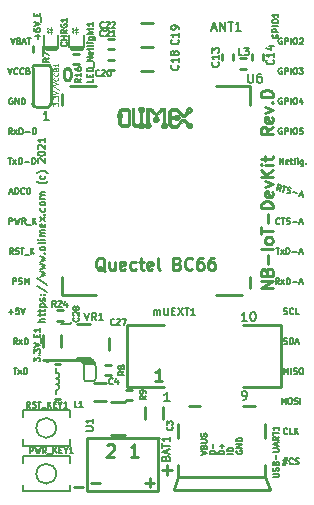
<source format=gbr>
G04 #@! TF.GenerationSoftware,KiCad,Pcbnew,5.1.6-c6e7f7d~87~ubuntu18.04.1*
G04 #@! TF.CreationDate,2021-11-04T11:12:58+02:00*
G04 #@! TF.ProjectId,NB-IoT-DevKit_Rev_D,4e422d49-6f54-42d4-9465-764b69745f52,D*
G04 #@! TF.SameCoordinates,Original*
G04 #@! TF.FileFunction,Legend,Top*
G04 #@! TF.FilePolarity,Positive*
%FSLAX46Y46*%
G04 Gerber Fmt 4.6, Leading zero omitted, Abs format (unit mm)*
G04 Created by KiCad (PCBNEW 5.1.6-c6e7f7d~87~ubuntu18.04.1) date 2021-11-04 11:12:58*
%MOMM*%
%LPD*%
G01*
G04 APERTURE LIST*
%ADD10C,0.203200*%
%ADD11C,0.254000*%
%ADD12C,0.190500*%
%ADD13C,0.127000*%
%ADD14C,0.152400*%
%ADD15C,0.009000*%
%ADD16C,0.150000*%
%ADD17C,0.200000*%
%ADD18C,0.100000*%
%ADD19C,0.050000*%
%ADD20C,0.158750*%
%ADD21C,0.101600*%
G04 APERTURE END LIST*
D10*
X136271000Y-87439500D02*
X136398000Y-87312500D01*
X135509000Y-87439500D02*
X136271000Y-87439500D01*
D11*
X133985000Y-90551000D02*
X134366000Y-90614500D01*
X133985000Y-90551000D02*
X134366000Y-90487500D01*
X138112500Y-90551000D02*
X137287000Y-90551000D01*
X138303000Y-90741500D02*
X138112500Y-90551000D01*
X137414000Y-90741500D02*
X138303000Y-90741500D01*
X137223500Y-90551000D02*
X137414000Y-90741500D01*
X133985000Y-90551000D02*
X137287000Y-90551000D01*
X144054285Y-92280619D02*
X143473714Y-92280619D01*
X143764000Y-92280619D02*
X143764000Y-91264619D01*
X143667238Y-91409761D01*
X143570476Y-91506523D01*
X143473714Y-91554904D01*
X139204095Y-82979380D02*
X139107333Y-82931000D01*
X139010571Y-82834238D01*
X138865428Y-82689095D01*
X138768666Y-82640714D01*
X138671904Y-82640714D01*
X138720285Y-82882619D02*
X138623523Y-82834238D01*
X138526761Y-82737476D01*
X138478380Y-82543952D01*
X138478380Y-82205285D01*
X138526761Y-82011761D01*
X138623523Y-81915000D01*
X138720285Y-81866619D01*
X138913809Y-81866619D01*
X139010571Y-81915000D01*
X139107333Y-82011761D01*
X139155714Y-82205285D01*
X139155714Y-82543952D01*
X139107333Y-82737476D01*
X139010571Y-82834238D01*
X138913809Y-82882619D01*
X138720285Y-82882619D01*
X140026571Y-82205285D02*
X140026571Y-82882619D01*
X139591142Y-82205285D02*
X139591142Y-82737476D01*
X139639523Y-82834238D01*
X139736285Y-82882619D01*
X139881428Y-82882619D01*
X139978190Y-82834238D01*
X140026571Y-82785857D01*
X140897428Y-82834238D02*
X140800666Y-82882619D01*
X140607142Y-82882619D01*
X140510380Y-82834238D01*
X140462000Y-82737476D01*
X140462000Y-82350428D01*
X140510380Y-82253666D01*
X140607142Y-82205285D01*
X140800666Y-82205285D01*
X140897428Y-82253666D01*
X140945809Y-82350428D01*
X140945809Y-82447190D01*
X140462000Y-82543952D01*
X141816666Y-82834238D02*
X141719904Y-82882619D01*
X141526380Y-82882619D01*
X141429619Y-82834238D01*
X141381238Y-82785857D01*
X141332857Y-82689095D01*
X141332857Y-82398809D01*
X141381238Y-82302047D01*
X141429619Y-82253666D01*
X141526380Y-82205285D01*
X141719904Y-82205285D01*
X141816666Y-82253666D01*
X142106952Y-82205285D02*
X142494000Y-82205285D01*
X142252095Y-81866619D02*
X142252095Y-82737476D01*
X142300476Y-82834238D01*
X142397238Y-82882619D01*
X142494000Y-82882619D01*
X143219714Y-82834238D02*
X143122952Y-82882619D01*
X142929428Y-82882619D01*
X142832666Y-82834238D01*
X142784285Y-82737476D01*
X142784285Y-82350428D01*
X142832666Y-82253666D01*
X142929428Y-82205285D01*
X143122952Y-82205285D01*
X143219714Y-82253666D01*
X143268095Y-82350428D01*
X143268095Y-82447190D01*
X142784285Y-82543952D01*
X143848666Y-82882619D02*
X143751904Y-82834238D01*
X143703523Y-82737476D01*
X143703523Y-81866619D01*
X145348476Y-82350428D02*
X145493619Y-82398809D01*
X145542000Y-82447190D01*
X145590380Y-82543952D01*
X145590380Y-82689095D01*
X145542000Y-82785857D01*
X145493619Y-82834238D01*
X145396857Y-82882619D01*
X145009809Y-82882619D01*
X145009809Y-81866619D01*
X145348476Y-81866619D01*
X145445238Y-81915000D01*
X145493619Y-81963380D01*
X145542000Y-82060142D01*
X145542000Y-82156904D01*
X145493619Y-82253666D01*
X145445238Y-82302047D01*
X145348476Y-82350428D01*
X145009809Y-82350428D01*
X146606380Y-82785857D02*
X146558000Y-82834238D01*
X146412857Y-82882619D01*
X146316095Y-82882619D01*
X146170952Y-82834238D01*
X146074190Y-82737476D01*
X146025809Y-82640714D01*
X145977428Y-82447190D01*
X145977428Y-82302047D01*
X146025809Y-82108523D01*
X146074190Y-82011761D01*
X146170952Y-81915000D01*
X146316095Y-81866619D01*
X146412857Y-81866619D01*
X146558000Y-81915000D01*
X146606380Y-81963380D01*
X147477238Y-81866619D02*
X147283714Y-81866619D01*
X147186952Y-81915000D01*
X147138571Y-81963380D01*
X147041809Y-82108523D01*
X146993428Y-82302047D01*
X146993428Y-82689095D01*
X147041809Y-82785857D01*
X147090190Y-82834238D01*
X147186952Y-82882619D01*
X147380476Y-82882619D01*
X147477238Y-82834238D01*
X147525619Y-82785857D01*
X147574000Y-82689095D01*
X147574000Y-82447190D01*
X147525619Y-82350428D01*
X147477238Y-82302047D01*
X147380476Y-82253666D01*
X147186952Y-82253666D01*
X147090190Y-82302047D01*
X147041809Y-82350428D01*
X146993428Y-82447190D01*
X148444857Y-81866619D02*
X148251333Y-81866619D01*
X148154571Y-81915000D01*
X148106190Y-81963380D01*
X148009428Y-82108523D01*
X147961047Y-82302047D01*
X147961047Y-82689095D01*
X148009428Y-82785857D01*
X148057809Y-82834238D01*
X148154571Y-82882619D01*
X148348095Y-82882619D01*
X148444857Y-82834238D01*
X148493238Y-82785857D01*
X148541619Y-82689095D01*
X148541619Y-82447190D01*
X148493238Y-82350428D01*
X148444857Y-82302047D01*
X148348095Y-82253666D01*
X148154571Y-82253666D01*
X148057809Y-82302047D01*
X148009428Y-82350428D01*
X147961047Y-82447190D01*
D12*
X151238857Y-87212714D02*
X150803428Y-87212714D01*
X151021142Y-87212714D02*
X151021142Y-86450714D01*
X150948571Y-86559571D01*
X150876000Y-86632142D01*
X150803428Y-86668428D01*
X151710571Y-86450714D02*
X151783142Y-86450714D01*
X151855714Y-86487000D01*
X151892000Y-86523285D01*
X151928285Y-86595857D01*
X151964571Y-86741000D01*
X151964571Y-86922428D01*
X151928285Y-87067571D01*
X151892000Y-87140142D01*
X151855714Y-87176428D01*
X151783142Y-87212714D01*
X151710571Y-87212714D01*
X151638000Y-87176428D01*
X151601714Y-87140142D01*
X151565428Y-87067571D01*
X151529142Y-86922428D01*
X151529142Y-86741000D01*
X151565428Y-86595857D01*
X151601714Y-86523285D01*
X151638000Y-86487000D01*
X151710571Y-86450714D01*
D11*
X144075452Y-99831071D02*
X144849547Y-99831071D01*
X144462500Y-100218119D02*
X144462500Y-99444023D01*
X136582452Y-101228071D02*
X137356547Y-101228071D01*
D13*
X131475238Y-91187209D02*
X131765523Y-91187209D01*
X131620380Y-91695209D02*
X131620380Y-91187209D01*
X131886476Y-91695209D02*
X132152571Y-91356542D01*
X131886476Y-91356542D02*
X132152571Y-91695209D01*
X132346095Y-91695209D02*
X132346095Y-91187209D01*
X132467047Y-91187209D01*
X132539619Y-91211400D01*
X132588000Y-91259780D01*
X132612190Y-91308161D01*
X132636380Y-91404923D01*
X132636380Y-91477495D01*
X132612190Y-91574257D01*
X132588000Y-91622638D01*
X132539619Y-91671019D01*
X132467047Y-91695209D01*
X132346095Y-91695209D01*
X131777619Y-89155209D02*
X131608285Y-88913304D01*
X131487333Y-89155209D02*
X131487333Y-88647209D01*
X131680857Y-88647209D01*
X131729238Y-88671400D01*
X131753428Y-88695590D01*
X131777619Y-88743971D01*
X131777619Y-88816542D01*
X131753428Y-88864923D01*
X131729238Y-88889114D01*
X131680857Y-88913304D01*
X131487333Y-88913304D01*
X131946952Y-89155209D02*
X132213047Y-88816542D01*
X131946952Y-88816542D02*
X132213047Y-89155209D01*
X132406571Y-89155209D02*
X132406571Y-88647209D01*
X132527523Y-88647209D01*
X132600095Y-88671400D01*
X132648476Y-88719780D01*
X132672666Y-88768161D01*
X132696857Y-88864923D01*
X132696857Y-88937495D01*
X132672666Y-89034257D01*
X132648476Y-89082638D01*
X132600095Y-89131019D01*
X132527523Y-89155209D01*
X132406571Y-89155209D01*
X131045857Y-86421685D02*
X131432904Y-86421685D01*
X131239380Y-86615209D02*
X131239380Y-86228161D01*
X131916714Y-86107209D02*
X131674809Y-86107209D01*
X131650619Y-86349114D01*
X131674809Y-86324923D01*
X131723190Y-86300733D01*
X131844142Y-86300733D01*
X131892523Y-86324923D01*
X131916714Y-86349114D01*
X131940904Y-86397495D01*
X131940904Y-86518447D01*
X131916714Y-86566828D01*
X131892523Y-86591019D01*
X131844142Y-86615209D01*
X131723190Y-86615209D01*
X131674809Y-86591019D01*
X131650619Y-86566828D01*
X132086047Y-86107209D02*
X132255380Y-86615209D01*
X132424714Y-86107209D01*
X131414761Y-84075209D02*
X131414761Y-83567209D01*
X131608285Y-83567209D01*
X131656666Y-83591400D01*
X131680857Y-83615590D01*
X131705047Y-83663971D01*
X131705047Y-83736542D01*
X131680857Y-83784923D01*
X131656666Y-83809114D01*
X131608285Y-83833304D01*
X131414761Y-83833304D01*
X131898571Y-84051019D02*
X131971142Y-84075209D01*
X132092095Y-84075209D01*
X132140476Y-84051019D01*
X132164666Y-84026828D01*
X132188857Y-83978447D01*
X132188857Y-83930066D01*
X132164666Y-83881685D01*
X132140476Y-83857495D01*
X132092095Y-83833304D01*
X131995333Y-83809114D01*
X131946952Y-83784923D01*
X131922761Y-83760733D01*
X131898571Y-83712352D01*
X131898571Y-83663971D01*
X131922761Y-83615590D01*
X131946952Y-83591400D01*
X131995333Y-83567209D01*
X132116285Y-83567209D01*
X132188857Y-83591400D01*
X132406571Y-84075209D02*
X132406571Y-83567209D01*
X132575904Y-83930066D01*
X132745238Y-83567209D01*
X132745238Y-84075209D01*
X131430485Y-81535209D02*
X131261152Y-81293304D01*
X131140200Y-81535209D02*
X131140200Y-81027209D01*
X131333723Y-81027209D01*
X131382104Y-81051400D01*
X131406295Y-81075590D01*
X131430485Y-81123971D01*
X131430485Y-81196542D01*
X131406295Y-81244923D01*
X131382104Y-81269114D01*
X131333723Y-81293304D01*
X131140200Y-81293304D01*
X131624009Y-81511019D02*
X131696580Y-81535209D01*
X131817533Y-81535209D01*
X131865914Y-81511019D01*
X131890104Y-81486828D01*
X131914295Y-81438447D01*
X131914295Y-81390066D01*
X131890104Y-81341685D01*
X131865914Y-81317495D01*
X131817533Y-81293304D01*
X131720771Y-81269114D01*
X131672390Y-81244923D01*
X131648200Y-81220733D01*
X131624009Y-81172352D01*
X131624009Y-81123971D01*
X131648200Y-81075590D01*
X131672390Y-81051400D01*
X131720771Y-81027209D01*
X131841723Y-81027209D01*
X131914295Y-81051400D01*
X132059438Y-81027209D02*
X132349723Y-81027209D01*
X132204580Y-81535209D02*
X132204580Y-81027209D01*
X132398104Y-81583590D02*
X132785152Y-81583590D01*
X132906104Y-81535209D02*
X132906104Y-81027209D01*
X133196390Y-81535209D02*
X132978676Y-81244923D01*
X133196390Y-81027209D02*
X132906104Y-81317495D01*
X131107542Y-78995209D02*
X131107542Y-78487209D01*
X131301066Y-78487209D01*
X131349447Y-78511400D01*
X131373638Y-78535590D01*
X131397828Y-78583971D01*
X131397828Y-78656542D01*
X131373638Y-78704923D01*
X131349447Y-78729114D01*
X131301066Y-78753304D01*
X131107542Y-78753304D01*
X131567161Y-78487209D02*
X131688114Y-78995209D01*
X131784876Y-78632352D01*
X131881638Y-78995209D01*
X132002590Y-78487209D01*
X132486400Y-78995209D02*
X132317066Y-78753304D01*
X132196114Y-78995209D02*
X132196114Y-78487209D01*
X132389638Y-78487209D01*
X132438019Y-78511400D01*
X132462209Y-78535590D01*
X132486400Y-78583971D01*
X132486400Y-78656542D01*
X132462209Y-78704923D01*
X132438019Y-78729114D01*
X132389638Y-78753304D01*
X132196114Y-78753304D01*
X132583161Y-79043590D02*
X132970209Y-79043590D01*
X133091161Y-78995209D02*
X133091161Y-78487209D01*
X133381447Y-78995209D02*
X133163733Y-78704923D01*
X133381447Y-78487209D02*
X133091161Y-78777495D01*
X131145642Y-76310066D02*
X131387547Y-76310066D01*
X131097261Y-76455209D02*
X131266595Y-75947209D01*
X131435928Y-76455209D01*
X131605261Y-76455209D02*
X131605261Y-75947209D01*
X131726214Y-75947209D01*
X131798785Y-75971400D01*
X131847166Y-76019780D01*
X131871357Y-76068161D01*
X131895547Y-76164923D01*
X131895547Y-76237495D01*
X131871357Y-76334257D01*
X131847166Y-76382638D01*
X131798785Y-76431019D01*
X131726214Y-76455209D01*
X131605261Y-76455209D01*
X132403547Y-76406828D02*
X132379357Y-76431019D01*
X132306785Y-76455209D01*
X132258404Y-76455209D01*
X132185833Y-76431019D01*
X132137452Y-76382638D01*
X132113261Y-76334257D01*
X132089071Y-76237495D01*
X132089071Y-76164923D01*
X132113261Y-76068161D01*
X132137452Y-76019780D01*
X132185833Y-75971400D01*
X132258404Y-75947209D01*
X132306785Y-75947209D01*
X132379357Y-75971400D01*
X132403547Y-75995590D01*
X132718023Y-75947209D02*
X132766404Y-75947209D01*
X132814785Y-75971400D01*
X132838976Y-75995590D01*
X132863166Y-76043971D01*
X132887357Y-76140733D01*
X132887357Y-76261685D01*
X132863166Y-76358447D01*
X132838976Y-76406828D01*
X132814785Y-76431019D01*
X132766404Y-76455209D01*
X132718023Y-76455209D01*
X132669642Y-76431019D01*
X132645452Y-76406828D01*
X132621261Y-76358447D01*
X132597071Y-76261685D01*
X132597071Y-76140733D01*
X132621261Y-76043971D01*
X132645452Y-75995590D01*
X132669642Y-75971400D01*
X132718023Y-75947209D01*
X131033761Y-73407209D02*
X131324047Y-73407209D01*
X131178904Y-73915209D02*
X131178904Y-73407209D01*
X131445000Y-73915209D02*
X131711095Y-73576542D01*
X131445000Y-73576542D02*
X131711095Y-73915209D01*
X131904619Y-73915209D02*
X131904619Y-73407209D01*
X132025571Y-73407209D01*
X132098142Y-73431400D01*
X132146523Y-73479780D01*
X132170714Y-73528161D01*
X132194904Y-73624923D01*
X132194904Y-73697495D01*
X132170714Y-73794257D01*
X132146523Y-73842638D01*
X132098142Y-73891019D01*
X132025571Y-73915209D01*
X131904619Y-73915209D01*
X132412619Y-73721685D02*
X132799666Y-73721685D01*
X133041571Y-73915209D02*
X133041571Y-73407209D01*
X133162523Y-73407209D01*
X133235095Y-73431400D01*
X133283476Y-73479780D01*
X133307666Y-73528161D01*
X133331857Y-73624923D01*
X133331857Y-73697495D01*
X133307666Y-73794257D01*
X133283476Y-73842638D01*
X133235095Y-73891019D01*
X133162523Y-73915209D01*
X133041571Y-73915209D01*
X131336142Y-71375209D02*
X131166809Y-71133304D01*
X131045857Y-71375209D02*
X131045857Y-70867209D01*
X131239380Y-70867209D01*
X131287761Y-70891400D01*
X131311952Y-70915590D01*
X131336142Y-70963971D01*
X131336142Y-71036542D01*
X131311952Y-71084923D01*
X131287761Y-71109114D01*
X131239380Y-71133304D01*
X131045857Y-71133304D01*
X131505476Y-71375209D02*
X131771571Y-71036542D01*
X131505476Y-71036542D02*
X131771571Y-71375209D01*
X131965095Y-71375209D02*
X131965095Y-70867209D01*
X132086047Y-70867209D01*
X132158619Y-70891400D01*
X132207000Y-70939780D01*
X132231190Y-70988161D01*
X132255380Y-71084923D01*
X132255380Y-71157495D01*
X132231190Y-71254257D01*
X132207000Y-71302638D01*
X132158619Y-71351019D01*
X132086047Y-71375209D01*
X131965095Y-71375209D01*
X132473095Y-71181685D02*
X132860142Y-71181685D01*
X133102047Y-71375209D02*
X133102047Y-70867209D01*
X133223000Y-70867209D01*
X133295571Y-70891400D01*
X133343952Y-70939780D01*
X133368142Y-70988161D01*
X133392333Y-71084923D01*
X133392333Y-71157495D01*
X133368142Y-71254257D01*
X133343952Y-71302638D01*
X133295571Y-71351019D01*
X133223000Y-71375209D01*
X133102047Y-71375209D01*
X131375452Y-68351400D02*
X131327071Y-68327209D01*
X131254500Y-68327209D01*
X131181928Y-68351400D01*
X131133547Y-68399780D01*
X131109357Y-68448161D01*
X131085166Y-68544923D01*
X131085166Y-68617495D01*
X131109357Y-68714257D01*
X131133547Y-68762638D01*
X131181928Y-68811019D01*
X131254500Y-68835209D01*
X131302880Y-68835209D01*
X131375452Y-68811019D01*
X131399642Y-68786828D01*
X131399642Y-68617495D01*
X131302880Y-68617495D01*
X131617357Y-68835209D02*
X131617357Y-68327209D01*
X131907642Y-68835209D01*
X131907642Y-68327209D01*
X132149547Y-68835209D02*
X132149547Y-68327209D01*
X132270500Y-68327209D01*
X132343071Y-68351400D01*
X132391452Y-68399780D01*
X132415642Y-68448161D01*
X132439833Y-68544923D01*
X132439833Y-68617495D01*
X132415642Y-68714257D01*
X132391452Y-68762638D01*
X132343071Y-68811019D01*
X132270500Y-68835209D01*
X132149547Y-68835209D01*
X131021666Y-65787209D02*
X131191000Y-66295209D01*
X131360333Y-65787209D01*
X131819952Y-66246828D02*
X131795761Y-66271019D01*
X131723190Y-66295209D01*
X131674809Y-66295209D01*
X131602238Y-66271019D01*
X131553857Y-66222638D01*
X131529666Y-66174257D01*
X131505476Y-66077495D01*
X131505476Y-66004923D01*
X131529666Y-65908161D01*
X131553857Y-65859780D01*
X131602238Y-65811400D01*
X131674809Y-65787209D01*
X131723190Y-65787209D01*
X131795761Y-65811400D01*
X131819952Y-65835590D01*
X132327952Y-66246828D02*
X132303761Y-66271019D01*
X132231190Y-66295209D01*
X132182809Y-66295209D01*
X132110238Y-66271019D01*
X132061857Y-66222638D01*
X132037666Y-66174257D01*
X132013476Y-66077495D01*
X132013476Y-66004923D01*
X132037666Y-65908161D01*
X132061857Y-65859780D01*
X132110238Y-65811400D01*
X132182809Y-65787209D01*
X132231190Y-65787209D01*
X132303761Y-65811400D01*
X132327952Y-65835590D01*
X132715000Y-66029114D02*
X132787571Y-66053304D01*
X132811761Y-66077495D01*
X132835952Y-66125876D01*
X132835952Y-66198447D01*
X132811761Y-66246828D01*
X132787571Y-66271019D01*
X132739190Y-66295209D01*
X132545666Y-66295209D01*
X132545666Y-65787209D01*
X132715000Y-65787209D01*
X132763380Y-65811400D01*
X132787571Y-65835590D01*
X132811761Y-65883971D01*
X132811761Y-65932352D01*
X132787571Y-65980733D01*
X132763380Y-66004923D01*
X132715000Y-66029114D01*
X132545666Y-66029114D01*
X131245428Y-63247209D02*
X131414761Y-63755209D01*
X131584095Y-63247209D01*
X131922761Y-63489114D02*
X131995333Y-63513304D01*
X132019523Y-63537495D01*
X132043714Y-63585876D01*
X132043714Y-63658447D01*
X132019523Y-63706828D01*
X131995333Y-63731019D01*
X131946952Y-63755209D01*
X131753428Y-63755209D01*
X131753428Y-63247209D01*
X131922761Y-63247209D01*
X131971142Y-63271400D01*
X131995333Y-63295590D01*
X132019523Y-63343971D01*
X132019523Y-63392352D01*
X131995333Y-63440733D01*
X131971142Y-63464923D01*
X131922761Y-63489114D01*
X131753428Y-63489114D01*
X132237238Y-63610066D02*
X132479142Y-63610066D01*
X132188857Y-63755209D02*
X132358190Y-63247209D01*
X132527523Y-63755209D01*
X132624285Y-63247209D02*
X132914571Y-63247209D01*
X132769428Y-63755209D02*
X132769428Y-63247209D01*
X133513285Y-63306476D02*
X133513285Y-62919428D01*
X133706809Y-63112952D02*
X133319761Y-63112952D01*
X133198809Y-62435619D02*
X133198809Y-62677523D01*
X133440714Y-62701714D01*
X133416523Y-62677523D01*
X133392333Y-62629142D01*
X133392333Y-62508190D01*
X133416523Y-62459809D01*
X133440714Y-62435619D01*
X133489095Y-62411428D01*
X133610047Y-62411428D01*
X133658428Y-62435619D01*
X133682619Y-62459809D01*
X133706809Y-62508190D01*
X133706809Y-62629142D01*
X133682619Y-62677523D01*
X133658428Y-62701714D01*
X133198809Y-62266285D02*
X133706809Y-62096952D01*
X133198809Y-61927619D01*
X133755190Y-61879238D02*
X133755190Y-61492190D01*
X133440714Y-61371238D02*
X133440714Y-61201904D01*
X133706809Y-61129333D02*
X133706809Y-61371238D01*
X133198809Y-61371238D01*
X133198809Y-61129333D01*
X154312257Y-98976542D02*
X154675114Y-98976542D01*
X154457400Y-98758828D02*
X154312257Y-99411971D01*
X154626733Y-99194257D02*
X154263876Y-99194257D01*
X154481590Y-99411971D02*
X154626733Y-98758828D01*
X155134733Y-99266828D02*
X155110542Y-99291019D01*
X155037971Y-99315209D01*
X154989590Y-99315209D01*
X154917019Y-99291019D01*
X154868638Y-99242638D01*
X154844447Y-99194257D01*
X154820257Y-99097495D01*
X154820257Y-99024923D01*
X154844447Y-98928161D01*
X154868638Y-98879780D01*
X154917019Y-98831400D01*
X154989590Y-98807209D01*
X155037971Y-98807209D01*
X155110542Y-98831400D01*
X155134733Y-98855590D01*
X155328257Y-99291019D02*
X155400828Y-99315209D01*
X155521780Y-99315209D01*
X155570161Y-99291019D01*
X155594352Y-99266828D01*
X155618542Y-99218447D01*
X155618542Y-99170066D01*
X155594352Y-99121685D01*
X155570161Y-99097495D01*
X155521780Y-99073304D01*
X155425019Y-99049114D01*
X155376638Y-99024923D01*
X155352447Y-99000733D01*
X155328257Y-98952352D01*
X155328257Y-98903971D01*
X155352447Y-98855590D01*
X155376638Y-98831400D01*
X155425019Y-98807209D01*
X155545971Y-98807209D01*
X155618542Y-98831400D01*
X154663019Y-96726828D02*
X154638828Y-96751019D01*
X154566257Y-96775209D01*
X154517876Y-96775209D01*
X154445304Y-96751019D01*
X154396923Y-96702638D01*
X154372733Y-96654257D01*
X154348542Y-96557495D01*
X154348542Y-96484923D01*
X154372733Y-96388161D01*
X154396923Y-96339780D01*
X154445304Y-96291400D01*
X154517876Y-96267209D01*
X154566257Y-96267209D01*
X154638828Y-96291400D01*
X154663019Y-96315590D01*
X155122638Y-96775209D02*
X154880733Y-96775209D01*
X154880733Y-96267209D01*
X155291971Y-96775209D02*
X155291971Y-96267209D01*
X155582257Y-96775209D02*
X155364542Y-96484923D01*
X155582257Y-96267209D02*
X155291971Y-96557495D01*
X154167114Y-94235209D02*
X154167114Y-93727209D01*
X154336447Y-94090066D01*
X154505780Y-93727209D01*
X154505780Y-94235209D01*
X154844447Y-93727209D02*
X154941209Y-93727209D01*
X154989590Y-93751400D01*
X155037971Y-93799780D01*
X155062161Y-93896542D01*
X155062161Y-94065876D01*
X155037971Y-94162638D01*
X154989590Y-94211019D01*
X154941209Y-94235209D01*
X154844447Y-94235209D01*
X154796066Y-94211019D01*
X154747685Y-94162638D01*
X154723495Y-94065876D01*
X154723495Y-93896542D01*
X154747685Y-93799780D01*
X154796066Y-93751400D01*
X154844447Y-93727209D01*
X155255685Y-94211019D02*
X155328257Y-94235209D01*
X155449209Y-94235209D01*
X155497590Y-94211019D01*
X155521780Y-94186828D01*
X155545971Y-94138447D01*
X155545971Y-94090066D01*
X155521780Y-94041685D01*
X155497590Y-94017495D01*
X155449209Y-93993304D01*
X155352447Y-93969114D01*
X155304066Y-93944923D01*
X155279876Y-93920733D01*
X155255685Y-93872352D01*
X155255685Y-93823971D01*
X155279876Y-93775590D01*
X155304066Y-93751400D01*
X155352447Y-93727209D01*
X155473400Y-93727209D01*
X155545971Y-93751400D01*
X155763685Y-94235209D02*
X155763685Y-93727209D01*
X154395714Y-91695209D02*
X154395714Y-91187209D01*
X154565047Y-91550066D01*
X154734380Y-91187209D01*
X154734380Y-91695209D01*
X154976285Y-91695209D02*
X154976285Y-91187209D01*
X155194000Y-91671019D02*
X155266571Y-91695209D01*
X155387523Y-91695209D01*
X155435904Y-91671019D01*
X155460095Y-91646828D01*
X155484285Y-91598447D01*
X155484285Y-91550066D01*
X155460095Y-91501685D01*
X155435904Y-91477495D01*
X155387523Y-91453304D01*
X155290761Y-91429114D01*
X155242380Y-91404923D01*
X155218190Y-91380733D01*
X155194000Y-91332352D01*
X155194000Y-91283971D01*
X155218190Y-91235590D01*
X155242380Y-91211400D01*
X155290761Y-91187209D01*
X155411714Y-91187209D01*
X155484285Y-91211400D01*
X155798761Y-91187209D02*
X155895523Y-91187209D01*
X155943904Y-91211400D01*
X155992285Y-91259780D01*
X156016476Y-91356542D01*
X156016476Y-91525876D01*
X155992285Y-91622638D01*
X155943904Y-91671019D01*
X155895523Y-91695209D01*
X155798761Y-91695209D01*
X155750380Y-91671019D01*
X155702000Y-91622638D01*
X155677809Y-91525876D01*
X155677809Y-91356542D01*
X155702000Y-91259780D01*
X155750380Y-91211400D01*
X155798761Y-91187209D01*
X154348542Y-89131019D02*
X154421114Y-89155209D01*
X154542066Y-89155209D01*
X154590447Y-89131019D01*
X154614638Y-89106828D01*
X154638828Y-89058447D01*
X154638828Y-89010066D01*
X154614638Y-88961685D01*
X154590447Y-88937495D01*
X154542066Y-88913304D01*
X154445304Y-88889114D01*
X154396923Y-88864923D01*
X154372733Y-88840733D01*
X154348542Y-88792352D01*
X154348542Y-88743971D01*
X154372733Y-88695590D01*
X154396923Y-88671400D01*
X154445304Y-88647209D01*
X154566257Y-88647209D01*
X154638828Y-88671400D01*
X154856542Y-89155209D02*
X154856542Y-88647209D01*
X154977495Y-88647209D01*
X155050066Y-88671400D01*
X155098447Y-88719780D01*
X155122638Y-88768161D01*
X155146828Y-88864923D01*
X155146828Y-88937495D01*
X155122638Y-89034257D01*
X155098447Y-89082638D01*
X155050066Y-89131019D01*
X154977495Y-89155209D01*
X154856542Y-89155209D01*
X155340352Y-89010066D02*
X155582257Y-89010066D01*
X155291971Y-89155209D02*
X155461304Y-88647209D01*
X155630638Y-89155209D01*
X154360638Y-86591019D02*
X154433209Y-86615209D01*
X154554161Y-86615209D01*
X154602542Y-86591019D01*
X154626733Y-86566828D01*
X154650923Y-86518447D01*
X154650923Y-86470066D01*
X154626733Y-86421685D01*
X154602542Y-86397495D01*
X154554161Y-86373304D01*
X154457400Y-86349114D01*
X154409019Y-86324923D01*
X154384828Y-86300733D01*
X154360638Y-86252352D01*
X154360638Y-86203971D01*
X154384828Y-86155590D01*
X154409019Y-86131400D01*
X154457400Y-86107209D01*
X154578352Y-86107209D01*
X154650923Y-86131400D01*
X155158923Y-86566828D02*
X155134733Y-86591019D01*
X155062161Y-86615209D01*
X155013780Y-86615209D01*
X154941209Y-86591019D01*
X154892828Y-86542638D01*
X154868638Y-86494257D01*
X154844447Y-86397495D01*
X154844447Y-86324923D01*
X154868638Y-86228161D01*
X154892828Y-86179780D01*
X154941209Y-86131400D01*
X155013780Y-86107209D01*
X155062161Y-86107209D01*
X155134733Y-86131400D01*
X155158923Y-86155590D01*
X155618542Y-86615209D02*
X155376638Y-86615209D01*
X155376638Y-86107209D01*
X153953028Y-84075209D02*
X153783695Y-83833304D01*
X153662742Y-84075209D02*
X153662742Y-83567209D01*
X153856266Y-83567209D01*
X153904647Y-83591400D01*
X153928838Y-83615590D01*
X153953028Y-83663971D01*
X153953028Y-83736542D01*
X153928838Y-83784923D01*
X153904647Y-83809114D01*
X153856266Y-83833304D01*
X153662742Y-83833304D01*
X154122361Y-84075209D02*
X154388457Y-83736542D01*
X154122361Y-83736542D02*
X154388457Y-84075209D01*
X154581980Y-84075209D02*
X154581980Y-83567209D01*
X154702933Y-83567209D01*
X154775504Y-83591400D01*
X154823885Y-83639780D01*
X154848076Y-83688161D01*
X154872266Y-83784923D01*
X154872266Y-83857495D01*
X154848076Y-83954257D01*
X154823885Y-84002638D01*
X154775504Y-84051019D01*
X154702933Y-84075209D01*
X154581980Y-84075209D01*
X155089980Y-83881685D02*
X155477028Y-83881685D01*
X155694742Y-83930066D02*
X155936647Y-83930066D01*
X155646361Y-84075209D02*
X155815695Y-83567209D01*
X155985028Y-84075209D01*
X153676047Y-81027209D02*
X153966333Y-81027209D01*
X153821190Y-81535209D02*
X153821190Y-81027209D01*
X154087285Y-81535209D02*
X154353380Y-81196542D01*
X154087285Y-81196542D02*
X154353380Y-81535209D01*
X154546904Y-81535209D02*
X154546904Y-81027209D01*
X154667857Y-81027209D01*
X154740428Y-81051400D01*
X154788809Y-81099780D01*
X154813000Y-81148161D01*
X154837190Y-81244923D01*
X154837190Y-81317495D01*
X154813000Y-81414257D01*
X154788809Y-81462638D01*
X154740428Y-81511019D01*
X154667857Y-81535209D01*
X154546904Y-81535209D01*
X155054904Y-81341685D02*
X155441952Y-81341685D01*
X155659666Y-81390066D02*
X155901571Y-81390066D01*
X155611285Y-81535209D02*
X155780619Y-81027209D01*
X155949952Y-81535209D01*
X154002619Y-78946828D02*
X153978428Y-78971019D01*
X153905857Y-78995209D01*
X153857476Y-78995209D01*
X153784904Y-78971019D01*
X153736523Y-78922638D01*
X153712333Y-78874257D01*
X153688142Y-78777495D01*
X153688142Y-78704923D01*
X153712333Y-78608161D01*
X153736523Y-78559780D01*
X153784904Y-78511400D01*
X153857476Y-78487209D01*
X153905857Y-78487209D01*
X153978428Y-78511400D01*
X154002619Y-78535590D01*
X154147761Y-78487209D02*
X154438047Y-78487209D01*
X154292904Y-78995209D02*
X154292904Y-78487209D01*
X154583190Y-78971019D02*
X154655761Y-78995209D01*
X154776714Y-78995209D01*
X154825095Y-78971019D01*
X154849285Y-78946828D01*
X154873476Y-78898447D01*
X154873476Y-78850066D01*
X154849285Y-78801685D01*
X154825095Y-78777495D01*
X154776714Y-78753304D01*
X154679952Y-78729114D01*
X154631571Y-78704923D01*
X154607380Y-78680733D01*
X154583190Y-78632352D01*
X154583190Y-78583971D01*
X154607380Y-78535590D01*
X154631571Y-78511400D01*
X154679952Y-78487209D01*
X154800904Y-78487209D01*
X154873476Y-78511400D01*
X155091190Y-78801685D02*
X155478238Y-78801685D01*
X155695952Y-78850066D02*
X155937857Y-78850066D01*
X155647571Y-78995209D02*
X155816904Y-78487209D01*
X155986238Y-78995209D01*
X154034253Y-76212236D02*
X153933299Y-75934748D01*
X153753858Y-76137105D02*
X153885338Y-75646415D01*
X154072268Y-75696502D01*
X154112739Y-75732390D01*
X154129844Y-75762018D01*
X154140689Y-75815011D01*
X154121906Y-75885110D01*
X154086018Y-75925581D01*
X154056391Y-75942686D01*
X154003397Y-75953531D01*
X153816468Y-75903443D01*
X154305930Y-75759112D02*
X154586324Y-75834243D01*
X154314647Y-76287368D02*
X154446127Y-75796678D01*
X154601302Y-76339133D02*
X154665140Y-76381282D01*
X154781971Y-76412587D01*
X154834964Y-76401743D01*
X154864592Y-76384637D01*
X154900480Y-76344166D01*
X154913002Y-76297434D01*
X154902157Y-76244440D01*
X154885052Y-76214813D01*
X154844581Y-76178925D01*
X154757377Y-76130515D01*
X154716905Y-76094627D01*
X154699800Y-76065000D01*
X154688956Y-76012006D01*
X154701478Y-75965274D01*
X154737366Y-75924802D01*
X154766993Y-75907697D01*
X154819986Y-75896853D01*
X154936817Y-75928158D01*
X155000655Y-75970307D01*
X155135819Y-76307050D02*
X155509679Y-76407225D01*
X155707453Y-76510306D02*
X155941115Y-76572916D01*
X155623155Y-76637981D02*
X155918198Y-76191118D01*
X155950281Y-76725635D01*
X154005038Y-73915209D02*
X154005038Y-73407209D01*
X154295323Y-73915209D01*
X154295323Y-73407209D01*
X154730752Y-73891019D02*
X154682371Y-73915209D01*
X154585609Y-73915209D01*
X154537228Y-73891019D01*
X154513038Y-73842638D01*
X154513038Y-73649114D01*
X154537228Y-73600733D01*
X154585609Y-73576542D01*
X154682371Y-73576542D01*
X154730752Y-73600733D01*
X154754942Y-73649114D01*
X154754942Y-73697495D01*
X154513038Y-73745876D01*
X154900085Y-73576542D02*
X155093609Y-73576542D01*
X154972657Y-73407209D02*
X154972657Y-73842638D01*
X154996847Y-73891019D01*
X155045228Y-73915209D01*
X155093609Y-73915209D01*
X155335514Y-73915209D02*
X155287133Y-73891019D01*
X155262942Y-73842638D01*
X155262942Y-73407209D01*
X155529038Y-73915209D02*
X155529038Y-73576542D01*
X155529038Y-73407209D02*
X155504847Y-73431400D01*
X155529038Y-73455590D01*
X155553228Y-73431400D01*
X155529038Y-73407209D01*
X155529038Y-73455590D01*
X155988657Y-73576542D02*
X155988657Y-73987780D01*
X155964466Y-74036161D01*
X155940276Y-74060352D01*
X155891895Y-74084542D01*
X155819323Y-74084542D01*
X155770942Y-74060352D01*
X155988657Y-73891019D02*
X155940276Y-73915209D01*
X155843514Y-73915209D01*
X155795133Y-73891019D01*
X155770942Y-73866828D01*
X155746752Y-73818447D01*
X155746752Y-73673304D01*
X155770942Y-73624923D01*
X155795133Y-73600733D01*
X155843514Y-73576542D01*
X155940276Y-73576542D01*
X155988657Y-73600733D01*
X156230561Y-73866828D02*
X156254752Y-73891019D01*
X156230561Y-73915209D01*
X156206371Y-73891019D01*
X156230561Y-73866828D01*
X156230561Y-73915209D01*
X153416000Y-62979904D02*
X153391809Y-63028285D01*
X153391809Y-63100857D01*
X153416000Y-63173428D01*
X153464380Y-63221809D01*
X153512761Y-63246000D01*
X153609523Y-63270190D01*
X153682095Y-63270190D01*
X153778857Y-63246000D01*
X153827238Y-63221809D01*
X153875619Y-63173428D01*
X153899809Y-63100857D01*
X153899809Y-63052476D01*
X153875619Y-62979904D01*
X153851428Y-62955714D01*
X153682095Y-62955714D01*
X153682095Y-63052476D01*
X153899809Y-62738000D02*
X153391809Y-62738000D01*
X153391809Y-62544476D01*
X153416000Y-62496095D01*
X153440190Y-62471904D01*
X153488571Y-62447714D01*
X153561142Y-62447714D01*
X153609523Y-62471904D01*
X153633714Y-62496095D01*
X153657904Y-62544476D01*
X153657904Y-62738000D01*
X153899809Y-62230000D02*
X153391809Y-62230000D01*
X153391809Y-61891333D02*
X153391809Y-61794571D01*
X153416000Y-61746190D01*
X153464380Y-61697809D01*
X153561142Y-61673619D01*
X153730476Y-61673619D01*
X153827238Y-61697809D01*
X153875619Y-61746190D01*
X153899809Y-61794571D01*
X153899809Y-61891333D01*
X153875619Y-61939714D01*
X153827238Y-61988095D01*
X153730476Y-62012285D01*
X153561142Y-62012285D01*
X153464380Y-61988095D01*
X153416000Y-61939714D01*
X153391809Y-61891333D01*
X153899809Y-61189809D02*
X153899809Y-61480095D01*
X153899809Y-61334952D02*
X153391809Y-61334952D01*
X153464380Y-61383333D01*
X153512761Y-61431714D01*
X153536952Y-61480095D01*
X154190095Y-70891400D02*
X154141714Y-70867209D01*
X154069142Y-70867209D01*
X153996571Y-70891400D01*
X153948190Y-70939780D01*
X153924000Y-70988161D01*
X153899809Y-71084923D01*
X153899809Y-71157495D01*
X153924000Y-71254257D01*
X153948190Y-71302638D01*
X153996571Y-71351019D01*
X154069142Y-71375209D01*
X154117523Y-71375209D01*
X154190095Y-71351019D01*
X154214285Y-71326828D01*
X154214285Y-71157495D01*
X154117523Y-71157495D01*
X154432000Y-71375209D02*
X154432000Y-70867209D01*
X154625523Y-70867209D01*
X154673904Y-70891400D01*
X154698095Y-70915590D01*
X154722285Y-70963971D01*
X154722285Y-71036542D01*
X154698095Y-71084923D01*
X154673904Y-71109114D01*
X154625523Y-71133304D01*
X154432000Y-71133304D01*
X154940000Y-71375209D02*
X154940000Y-70867209D01*
X155278666Y-70867209D02*
X155375428Y-70867209D01*
X155423809Y-70891400D01*
X155472190Y-70939780D01*
X155496380Y-71036542D01*
X155496380Y-71205876D01*
X155472190Y-71302638D01*
X155423809Y-71351019D01*
X155375428Y-71375209D01*
X155278666Y-71375209D01*
X155230285Y-71351019D01*
X155181904Y-71302638D01*
X155157714Y-71205876D01*
X155157714Y-71036542D01*
X155181904Y-70939780D01*
X155230285Y-70891400D01*
X155278666Y-70867209D01*
X155956000Y-70867209D02*
X155714095Y-70867209D01*
X155689904Y-71109114D01*
X155714095Y-71084923D01*
X155762476Y-71060733D01*
X155883428Y-71060733D01*
X155931809Y-71084923D01*
X155956000Y-71109114D01*
X155980190Y-71157495D01*
X155980190Y-71278447D01*
X155956000Y-71326828D01*
X155931809Y-71351019D01*
X155883428Y-71375209D01*
X155762476Y-71375209D01*
X155714095Y-71351019D01*
X155689904Y-71326828D01*
X154190095Y-68351400D02*
X154141714Y-68327209D01*
X154069142Y-68327209D01*
X153996571Y-68351400D01*
X153948190Y-68399780D01*
X153924000Y-68448161D01*
X153899809Y-68544923D01*
X153899809Y-68617495D01*
X153924000Y-68714257D01*
X153948190Y-68762638D01*
X153996571Y-68811019D01*
X154069142Y-68835209D01*
X154117523Y-68835209D01*
X154190095Y-68811019D01*
X154214285Y-68786828D01*
X154214285Y-68617495D01*
X154117523Y-68617495D01*
X154432000Y-68835209D02*
X154432000Y-68327209D01*
X154625523Y-68327209D01*
X154673904Y-68351400D01*
X154698095Y-68375590D01*
X154722285Y-68423971D01*
X154722285Y-68496542D01*
X154698095Y-68544923D01*
X154673904Y-68569114D01*
X154625523Y-68593304D01*
X154432000Y-68593304D01*
X154940000Y-68835209D02*
X154940000Y-68327209D01*
X155278666Y-68327209D02*
X155375428Y-68327209D01*
X155423809Y-68351400D01*
X155472190Y-68399780D01*
X155496380Y-68496542D01*
X155496380Y-68665876D01*
X155472190Y-68762638D01*
X155423809Y-68811019D01*
X155375428Y-68835209D01*
X155278666Y-68835209D01*
X155230285Y-68811019D01*
X155181904Y-68762638D01*
X155157714Y-68665876D01*
X155157714Y-68496542D01*
X155181904Y-68399780D01*
X155230285Y-68351400D01*
X155278666Y-68327209D01*
X155931809Y-68496542D02*
X155931809Y-68835209D01*
X155810857Y-68303019D02*
X155689904Y-68665876D01*
X156004380Y-68665876D01*
X154190095Y-65811400D02*
X154141714Y-65787209D01*
X154069142Y-65787209D01*
X153996571Y-65811400D01*
X153948190Y-65859780D01*
X153924000Y-65908161D01*
X153899809Y-66004923D01*
X153899809Y-66077495D01*
X153924000Y-66174257D01*
X153948190Y-66222638D01*
X153996571Y-66271019D01*
X154069142Y-66295209D01*
X154117523Y-66295209D01*
X154190095Y-66271019D01*
X154214285Y-66246828D01*
X154214285Y-66077495D01*
X154117523Y-66077495D01*
X154432000Y-66295209D02*
X154432000Y-65787209D01*
X154625523Y-65787209D01*
X154673904Y-65811400D01*
X154698095Y-65835590D01*
X154722285Y-65883971D01*
X154722285Y-65956542D01*
X154698095Y-66004923D01*
X154673904Y-66029114D01*
X154625523Y-66053304D01*
X154432000Y-66053304D01*
X154940000Y-66295209D02*
X154940000Y-65787209D01*
X155278666Y-65787209D02*
X155375428Y-65787209D01*
X155423809Y-65811400D01*
X155472190Y-65859780D01*
X155496380Y-65956542D01*
X155496380Y-66125876D01*
X155472190Y-66222638D01*
X155423809Y-66271019D01*
X155375428Y-66295209D01*
X155278666Y-66295209D01*
X155230285Y-66271019D01*
X155181904Y-66222638D01*
X155157714Y-66125876D01*
X155157714Y-65956542D01*
X155181904Y-65859780D01*
X155230285Y-65811400D01*
X155278666Y-65787209D01*
X155665714Y-65787209D02*
X155980190Y-65787209D01*
X155810857Y-65980733D01*
X155883428Y-65980733D01*
X155931809Y-66004923D01*
X155956000Y-66029114D01*
X155980190Y-66077495D01*
X155980190Y-66198447D01*
X155956000Y-66246828D01*
X155931809Y-66271019D01*
X155883428Y-66295209D01*
X155738285Y-66295209D01*
X155689904Y-66271019D01*
X155665714Y-66246828D01*
D11*
X138042952Y-100910571D02*
X138817047Y-100910571D01*
X142614952Y-100910571D02*
X143389047Y-100910571D01*
X143002000Y-101297619D02*
X143002000Y-100523523D01*
D13*
X154190095Y-63271400D02*
X154141714Y-63247209D01*
X154069142Y-63247209D01*
X153996571Y-63271400D01*
X153948190Y-63319780D01*
X153924000Y-63368161D01*
X153899809Y-63464923D01*
X153899809Y-63537495D01*
X153924000Y-63634257D01*
X153948190Y-63682638D01*
X153996571Y-63731019D01*
X154069142Y-63755209D01*
X154117523Y-63755209D01*
X154190095Y-63731019D01*
X154214285Y-63706828D01*
X154214285Y-63537495D01*
X154117523Y-63537495D01*
X154432000Y-63755209D02*
X154432000Y-63247209D01*
X154625523Y-63247209D01*
X154673904Y-63271400D01*
X154698095Y-63295590D01*
X154722285Y-63343971D01*
X154722285Y-63416542D01*
X154698095Y-63464923D01*
X154673904Y-63489114D01*
X154625523Y-63513304D01*
X154432000Y-63513304D01*
X154940000Y-63755209D02*
X154940000Y-63247209D01*
X155278666Y-63247209D02*
X155375428Y-63247209D01*
X155423809Y-63271400D01*
X155472190Y-63319780D01*
X155496380Y-63416542D01*
X155496380Y-63585876D01*
X155472190Y-63682638D01*
X155423809Y-63731019D01*
X155375428Y-63755209D01*
X155278666Y-63755209D01*
X155230285Y-63731019D01*
X155181904Y-63682638D01*
X155157714Y-63585876D01*
X155157714Y-63416542D01*
X155181904Y-63319780D01*
X155230285Y-63271400D01*
X155278666Y-63247209D01*
X155689904Y-63295590D02*
X155714095Y-63271400D01*
X155762476Y-63247209D01*
X155883428Y-63247209D01*
X155931809Y-63271400D01*
X155956000Y-63295590D01*
X155980190Y-63343971D01*
X155980190Y-63392352D01*
X155956000Y-63464923D01*
X155665714Y-63755209D01*
X155980190Y-63755209D01*
D14*
X134133771Y-87267142D02*
X133524171Y-87267142D01*
X134133771Y-87005885D02*
X133814457Y-87005885D01*
X133756400Y-87034914D01*
X133727371Y-87092971D01*
X133727371Y-87180057D01*
X133756400Y-87238114D01*
X133785428Y-87267142D01*
X133727371Y-86802685D02*
X133727371Y-86570457D01*
X133524171Y-86715600D02*
X134046685Y-86715600D01*
X134104742Y-86686571D01*
X134133771Y-86628514D01*
X134133771Y-86570457D01*
X133727371Y-86454342D02*
X133727371Y-86222114D01*
X133524171Y-86367257D02*
X134046685Y-86367257D01*
X134104742Y-86338228D01*
X134133771Y-86280171D01*
X134133771Y-86222114D01*
X133727371Y-86018914D02*
X134336971Y-86018914D01*
X133756400Y-86018914D02*
X133727371Y-85960857D01*
X133727371Y-85844742D01*
X133756400Y-85786685D01*
X133785428Y-85757657D01*
X133843485Y-85728628D01*
X134017657Y-85728628D01*
X134075714Y-85757657D01*
X134104742Y-85786685D01*
X134133771Y-85844742D01*
X134133771Y-85960857D01*
X134104742Y-86018914D01*
X134104742Y-85496400D02*
X134133771Y-85438342D01*
X134133771Y-85322228D01*
X134104742Y-85264171D01*
X134046685Y-85235142D01*
X134017657Y-85235142D01*
X133959600Y-85264171D01*
X133930571Y-85322228D01*
X133930571Y-85409314D01*
X133901542Y-85467371D01*
X133843485Y-85496400D01*
X133814457Y-85496400D01*
X133756400Y-85467371D01*
X133727371Y-85409314D01*
X133727371Y-85322228D01*
X133756400Y-85264171D01*
X134075714Y-84973885D02*
X134104742Y-84944857D01*
X134133771Y-84973885D01*
X134104742Y-85002914D01*
X134075714Y-84973885D01*
X134133771Y-84973885D01*
X133756400Y-84973885D02*
X133785428Y-84944857D01*
X133814457Y-84973885D01*
X133785428Y-85002914D01*
X133756400Y-84973885D01*
X133814457Y-84973885D01*
X133495142Y-84248171D02*
X134278914Y-84770685D01*
X133495142Y-83609542D02*
X134278914Y-84132057D01*
X133727371Y-83464400D02*
X134133771Y-83348285D01*
X133843485Y-83232171D01*
X134133771Y-83116057D01*
X133727371Y-82999942D01*
X133727371Y-82825771D02*
X134133771Y-82709657D01*
X133843485Y-82593542D01*
X134133771Y-82477428D01*
X133727371Y-82361314D01*
X133727371Y-82187142D02*
X134133771Y-82071028D01*
X133843485Y-81954914D01*
X134133771Y-81838800D01*
X133727371Y-81722685D01*
X134075714Y-81490457D02*
X134104742Y-81461428D01*
X134133771Y-81490457D01*
X134104742Y-81519485D01*
X134075714Y-81490457D01*
X134133771Y-81490457D01*
X134133771Y-81113085D02*
X134104742Y-81171142D01*
X134075714Y-81200171D01*
X134017657Y-81229200D01*
X133843485Y-81229200D01*
X133785428Y-81200171D01*
X133756400Y-81171142D01*
X133727371Y-81113085D01*
X133727371Y-81026000D01*
X133756400Y-80967942D01*
X133785428Y-80938914D01*
X133843485Y-80909885D01*
X134017657Y-80909885D01*
X134075714Y-80938914D01*
X134104742Y-80967942D01*
X134133771Y-81026000D01*
X134133771Y-81113085D01*
X134133771Y-80561542D02*
X134104742Y-80619600D01*
X134046685Y-80648628D01*
X133524171Y-80648628D01*
X134133771Y-80329314D02*
X133727371Y-80329314D01*
X133524171Y-80329314D02*
X133553200Y-80358342D01*
X133582228Y-80329314D01*
X133553200Y-80300285D01*
X133524171Y-80329314D01*
X133582228Y-80329314D01*
X134133771Y-80039028D02*
X133727371Y-80039028D01*
X133785428Y-80039028D02*
X133756400Y-80010000D01*
X133727371Y-79951942D01*
X133727371Y-79864857D01*
X133756400Y-79806800D01*
X133814457Y-79777771D01*
X134133771Y-79777771D01*
X133814457Y-79777771D02*
X133756400Y-79748742D01*
X133727371Y-79690685D01*
X133727371Y-79603600D01*
X133756400Y-79545542D01*
X133814457Y-79516514D01*
X134133771Y-79516514D01*
X134104742Y-78994000D02*
X134133771Y-79052057D01*
X134133771Y-79168171D01*
X134104742Y-79226228D01*
X134046685Y-79255257D01*
X133814457Y-79255257D01*
X133756400Y-79226228D01*
X133727371Y-79168171D01*
X133727371Y-79052057D01*
X133756400Y-78994000D01*
X133814457Y-78964971D01*
X133872514Y-78964971D01*
X133930571Y-79255257D01*
X134133771Y-78761771D02*
X133727371Y-78442457D01*
X133727371Y-78761771D02*
X134133771Y-78442457D01*
X134075714Y-78210228D02*
X134104742Y-78181200D01*
X134133771Y-78210228D01*
X134104742Y-78239257D01*
X134075714Y-78210228D01*
X134133771Y-78210228D01*
X134104742Y-77658685D02*
X134133771Y-77716742D01*
X134133771Y-77832857D01*
X134104742Y-77890914D01*
X134075714Y-77919942D01*
X134017657Y-77948971D01*
X133843485Y-77948971D01*
X133785428Y-77919942D01*
X133756400Y-77890914D01*
X133727371Y-77832857D01*
X133727371Y-77716742D01*
X133756400Y-77658685D01*
X134133771Y-77310342D02*
X134104742Y-77368400D01*
X134075714Y-77397428D01*
X134017657Y-77426457D01*
X133843485Y-77426457D01*
X133785428Y-77397428D01*
X133756400Y-77368400D01*
X133727371Y-77310342D01*
X133727371Y-77223257D01*
X133756400Y-77165200D01*
X133785428Y-77136171D01*
X133843485Y-77107142D01*
X134017657Y-77107142D01*
X134075714Y-77136171D01*
X134104742Y-77165200D01*
X134133771Y-77223257D01*
X134133771Y-77310342D01*
X134133771Y-76845885D02*
X133727371Y-76845885D01*
X133785428Y-76845885D02*
X133756400Y-76816857D01*
X133727371Y-76758800D01*
X133727371Y-76671714D01*
X133756400Y-76613657D01*
X133814457Y-76584628D01*
X134133771Y-76584628D01*
X133814457Y-76584628D02*
X133756400Y-76555600D01*
X133727371Y-76497542D01*
X133727371Y-76410457D01*
X133756400Y-76352400D01*
X133814457Y-76323371D01*
X134133771Y-76323371D01*
X134366000Y-75394457D02*
X134336971Y-75423485D01*
X134249885Y-75481542D01*
X134191828Y-75510571D01*
X134104742Y-75539600D01*
X133959600Y-75568628D01*
X133843485Y-75568628D01*
X133698342Y-75539600D01*
X133611257Y-75510571D01*
X133553200Y-75481542D01*
X133466114Y-75423485D01*
X133437085Y-75394457D01*
X134104742Y-74900971D02*
X134133771Y-74959028D01*
X134133771Y-75075142D01*
X134104742Y-75133200D01*
X134075714Y-75162228D01*
X134017657Y-75191257D01*
X133843485Y-75191257D01*
X133785428Y-75162228D01*
X133756400Y-75133200D01*
X133727371Y-75075142D01*
X133727371Y-74959028D01*
X133756400Y-74900971D01*
X134366000Y-74697771D02*
X134336971Y-74668742D01*
X134249885Y-74610685D01*
X134191828Y-74581657D01*
X134104742Y-74552628D01*
X133959600Y-74523600D01*
X133843485Y-74523600D01*
X133698342Y-74552628D01*
X133611257Y-74581657D01*
X133553200Y-74610685D01*
X133466114Y-74668742D01*
X133437085Y-74697771D01*
X133582228Y-73797885D02*
X133553200Y-73768857D01*
X133524171Y-73710800D01*
X133524171Y-73565657D01*
X133553200Y-73507600D01*
X133582228Y-73478571D01*
X133640285Y-73449542D01*
X133698342Y-73449542D01*
X133785428Y-73478571D01*
X134133771Y-73826914D01*
X134133771Y-73449542D01*
X133524171Y-73072171D02*
X133524171Y-73014114D01*
X133553200Y-72956057D01*
X133582228Y-72927028D01*
X133640285Y-72898000D01*
X133756400Y-72868971D01*
X133901542Y-72868971D01*
X134017657Y-72898000D01*
X134075714Y-72927028D01*
X134104742Y-72956057D01*
X134133771Y-73014114D01*
X134133771Y-73072171D01*
X134104742Y-73130228D01*
X134075714Y-73159257D01*
X134017657Y-73188285D01*
X133901542Y-73217314D01*
X133756400Y-73217314D01*
X133640285Y-73188285D01*
X133582228Y-73159257D01*
X133553200Y-73130228D01*
X133524171Y-73072171D01*
X133582228Y-72636742D02*
X133553200Y-72607714D01*
X133524171Y-72549657D01*
X133524171Y-72404514D01*
X133553200Y-72346457D01*
X133582228Y-72317428D01*
X133640285Y-72288400D01*
X133698342Y-72288400D01*
X133785428Y-72317428D01*
X134133771Y-72665771D01*
X134133771Y-72288400D01*
X134133771Y-71707828D02*
X134133771Y-72056171D01*
X134133771Y-71882000D02*
X133524171Y-71882000D01*
X133611257Y-71940057D01*
X133669314Y-71998114D01*
X133698342Y-72056171D01*
D11*
X153431119Y-84442904D02*
X152415119Y-84442904D01*
X153431119Y-83862333D01*
X152415119Y-83862333D01*
X152898928Y-83039857D02*
X152947309Y-82894714D01*
X152995690Y-82846333D01*
X153092452Y-82797952D01*
X153237595Y-82797952D01*
X153334357Y-82846333D01*
X153382738Y-82894714D01*
X153431119Y-82991476D01*
X153431119Y-83378523D01*
X152415119Y-83378523D01*
X152415119Y-83039857D01*
X152463500Y-82943095D01*
X152511880Y-82894714D01*
X152608642Y-82846333D01*
X152705404Y-82846333D01*
X152802166Y-82894714D01*
X152850547Y-82943095D01*
X152898928Y-83039857D01*
X152898928Y-83378523D01*
X153044071Y-82362523D02*
X153044071Y-81588428D01*
X153431119Y-81104619D02*
X152415119Y-81104619D01*
X153431119Y-80475666D02*
X153382738Y-80572428D01*
X153334357Y-80620809D01*
X153237595Y-80669190D01*
X152947309Y-80669190D01*
X152850547Y-80620809D01*
X152802166Y-80572428D01*
X152753785Y-80475666D01*
X152753785Y-80330523D01*
X152802166Y-80233761D01*
X152850547Y-80185380D01*
X152947309Y-80137000D01*
X153237595Y-80137000D01*
X153334357Y-80185380D01*
X153382738Y-80233761D01*
X153431119Y-80330523D01*
X153431119Y-80475666D01*
X152415119Y-79846714D02*
X152415119Y-79266142D01*
X153431119Y-79556428D02*
X152415119Y-79556428D01*
X153044071Y-78927476D02*
X153044071Y-78153380D01*
X153431119Y-77669571D02*
X152415119Y-77669571D01*
X152415119Y-77427666D01*
X152463500Y-77282523D01*
X152560261Y-77185761D01*
X152657023Y-77137380D01*
X152850547Y-77089000D01*
X152995690Y-77089000D01*
X153189214Y-77137380D01*
X153285976Y-77185761D01*
X153382738Y-77282523D01*
X153431119Y-77427666D01*
X153431119Y-77669571D01*
X153382738Y-76266523D02*
X153431119Y-76363285D01*
X153431119Y-76556809D01*
X153382738Y-76653571D01*
X153285976Y-76701952D01*
X152898928Y-76701952D01*
X152802166Y-76653571D01*
X152753785Y-76556809D01*
X152753785Y-76363285D01*
X152802166Y-76266523D01*
X152898928Y-76218142D01*
X152995690Y-76218142D01*
X153092452Y-76701952D01*
X152753785Y-75879476D02*
X153431119Y-75637571D01*
X152753785Y-75395666D01*
X153431119Y-75008619D02*
X152415119Y-75008619D01*
X153431119Y-74428047D02*
X152850547Y-74863476D01*
X152415119Y-74428047D02*
X152995690Y-75008619D01*
X153431119Y-73992619D02*
X152753785Y-73992619D01*
X152415119Y-73992619D02*
X152463500Y-74041000D01*
X152511880Y-73992619D01*
X152463500Y-73944238D01*
X152415119Y-73992619D01*
X152511880Y-73992619D01*
X152753785Y-73653952D02*
X152753785Y-73266904D01*
X152415119Y-73508809D02*
X153285976Y-73508809D01*
X153382738Y-73460428D01*
X153431119Y-73363666D01*
X153431119Y-73266904D01*
X153431119Y-70799476D02*
X152947309Y-71138142D01*
X153431119Y-71380047D02*
X152415119Y-71380047D01*
X152415119Y-70993000D01*
X152463500Y-70896238D01*
X152511880Y-70847857D01*
X152608642Y-70799476D01*
X152753785Y-70799476D01*
X152850547Y-70847857D01*
X152898928Y-70896238D01*
X152947309Y-70993000D01*
X152947309Y-71380047D01*
X153382738Y-69977000D02*
X153431119Y-70073761D01*
X153431119Y-70267285D01*
X153382738Y-70364047D01*
X153285976Y-70412428D01*
X152898928Y-70412428D01*
X152802166Y-70364047D01*
X152753785Y-70267285D01*
X152753785Y-70073761D01*
X152802166Y-69977000D01*
X152898928Y-69928619D01*
X152995690Y-69928619D01*
X153092452Y-70412428D01*
X152753785Y-69589952D02*
X153431119Y-69348047D01*
X152753785Y-69106142D01*
X153334357Y-68719095D02*
X153382738Y-68670714D01*
X153431119Y-68719095D01*
X153382738Y-68767476D01*
X153334357Y-68719095D01*
X153431119Y-68719095D01*
X153431119Y-68235285D02*
X152415119Y-68235285D01*
X152415119Y-67993380D01*
X152463500Y-67848238D01*
X152560261Y-67751476D01*
X152657023Y-67703095D01*
X152850547Y-67654714D01*
X152995690Y-67654714D01*
X153189214Y-67703095D01*
X153285976Y-67751476D01*
X153382738Y-67848238D01*
X153431119Y-67993380D01*
X153431119Y-68235285D01*
D12*
X150857857Y-93880214D02*
X151003000Y-93880214D01*
X151075571Y-93843928D01*
X151111857Y-93807642D01*
X151184428Y-93698785D01*
X151220714Y-93553642D01*
X151220714Y-93263357D01*
X151184428Y-93190785D01*
X151148142Y-93154500D01*
X151075571Y-93118214D01*
X150930428Y-93118214D01*
X150857857Y-93154500D01*
X150821571Y-93190785D01*
X150785285Y-93263357D01*
X150785285Y-93444785D01*
X150821571Y-93517357D01*
X150857857Y-93553642D01*
X150930428Y-93589928D01*
X151075571Y-93589928D01*
X151148142Y-93553642D01*
X151184428Y-93517357D01*
X151220714Y-93444785D01*
D11*
X143746220Y-97129600D02*
X137698480Y-97129600D01*
X137698480Y-97129600D02*
X137698480Y-101645720D01*
X137698480Y-101645720D02*
X143733520Y-101645720D01*
X143733520Y-101645720D02*
X143733520Y-97152460D01*
X141074000Y-92820000D02*
X144224000Y-92820000D01*
X141074000Y-92820000D02*
X141074000Y-87520000D01*
X141074000Y-87520000D02*
X144224000Y-87520000D01*
X154074000Y-87520000D02*
X154074000Y-92820000D01*
X154074000Y-92820000D02*
X150924000Y-92820000D01*
X154074000Y-87520000D02*
X150924000Y-87520000D01*
X145034000Y-101473000D02*
X145415000Y-100457000D01*
X153162000Y-101473000D02*
X152781000Y-100457000D01*
X152798000Y-95944000D02*
X152798000Y-97144000D01*
X145398000Y-100444000D02*
X145398000Y-99444000D01*
X153162000Y-101544000D02*
X145034000Y-101544000D01*
X152798000Y-99444000D02*
X152798000Y-100444000D01*
X151898000Y-94444000D02*
X150898000Y-94444000D01*
X147298000Y-94444000D02*
X146298000Y-94444000D01*
X145398000Y-95944000D02*
X145398000Y-97144000D01*
X152798000Y-100444000D02*
X145398000Y-100444000D01*
D13*
X135078738Y-96266000D02*
G75*
G03*
X135078738Y-96266000I-839738J0D01*
G01*
X132239000Y-97205000D02*
X132239000Y-97763800D01*
X132239000Y-94768200D02*
X132239000Y-95377800D01*
X136239000Y-97205000D02*
X136239000Y-97763800D01*
X136239000Y-94769000D02*
X136239000Y-95327800D01*
X132239000Y-97766000D02*
X136239000Y-97766000D01*
X132239000Y-94766000D02*
X136239000Y-94766000D01*
D15*
G36*
X142505973Y-69299916D02*
G01*
X142498647Y-69353002D01*
X142477880Y-69404066D01*
X142459533Y-69431862D01*
X142439762Y-69454796D01*
X142418316Y-69475611D01*
X142410091Y-69482295D01*
X142385200Y-69500750D01*
X142384990Y-69914135D01*
X142384780Y-70327520D01*
X142339060Y-70327520D01*
X142339060Y-69295010D01*
X142335993Y-69260815D01*
X142325425Y-69238758D01*
X142305302Y-69226743D01*
X142273571Y-69222675D01*
X142268126Y-69222620D01*
X142242471Y-69224395D01*
X142221642Y-69228928D01*
X142214368Y-69232349D01*
X142201147Y-69250345D01*
X142194167Y-69276891D01*
X142193437Y-69306667D01*
X142198968Y-69334350D01*
X142210768Y-69354617D01*
X142214138Y-69357503D01*
X142234243Y-69365286D01*
X142261749Y-69367836D01*
X142290520Y-69365449D01*
X142314420Y-69358426D01*
X142323820Y-69352160D01*
X142333675Y-69337476D01*
X142338275Y-69316019D01*
X142339060Y-69295010D01*
X142339060Y-70327520D01*
X142266670Y-70327520D01*
X142148560Y-70327520D01*
X142148538Y-69914135D01*
X142148516Y-69500750D01*
X142125201Y-69485510D01*
X142102413Y-69465852D01*
X142077732Y-69437103D01*
X142055010Y-69404288D01*
X142038096Y-69372432D01*
X142037549Y-69371138D01*
X142027092Y-69329865D01*
X142025886Y-69282699D01*
X142033640Y-69235625D01*
X142045735Y-69202796D01*
X142076619Y-69154660D01*
X142118067Y-69111707D01*
X142165441Y-69078609D01*
X142172757Y-69074791D01*
X142222277Y-69058142D01*
X142275753Y-69053996D01*
X142328427Y-69062355D01*
X142360583Y-69074791D01*
X142412067Y-69107713D01*
X142452907Y-69148705D01*
X142482544Y-69195748D01*
X142500419Y-69246825D01*
X142505973Y-69299916D01*
G37*
X142505973Y-69299916D02*
X142498647Y-69353002D01*
X142477880Y-69404066D01*
X142459533Y-69431862D01*
X142439762Y-69454796D01*
X142418316Y-69475611D01*
X142410091Y-69482295D01*
X142385200Y-69500750D01*
X142384990Y-69914135D01*
X142384780Y-70327520D01*
X142339060Y-70327520D01*
X142339060Y-69295010D01*
X142335993Y-69260815D01*
X142325425Y-69238758D01*
X142305302Y-69226743D01*
X142273571Y-69222675D01*
X142268126Y-69222620D01*
X142242471Y-69224395D01*
X142221642Y-69228928D01*
X142214368Y-69232349D01*
X142201147Y-69250345D01*
X142194167Y-69276891D01*
X142193437Y-69306667D01*
X142198968Y-69334350D01*
X142210768Y-69354617D01*
X142214138Y-69357503D01*
X142234243Y-69365286D01*
X142261749Y-69367836D01*
X142290520Y-69365449D01*
X142314420Y-69358426D01*
X142323820Y-69352160D01*
X142333675Y-69337476D01*
X142338275Y-69316019D01*
X142339060Y-69295010D01*
X142339060Y-70327520D01*
X142266670Y-70327520D01*
X142148560Y-70327520D01*
X142148538Y-69914135D01*
X142148516Y-69500750D01*
X142125201Y-69485510D01*
X142102413Y-69465852D01*
X142077732Y-69437103D01*
X142055010Y-69404288D01*
X142038096Y-69372432D01*
X142037549Y-69371138D01*
X142027092Y-69329865D01*
X142025886Y-69282699D01*
X142033640Y-69235625D01*
X142045735Y-69202796D01*
X142076619Y-69154660D01*
X142118067Y-69111707D01*
X142165441Y-69078609D01*
X142172757Y-69074791D01*
X142222277Y-69058142D01*
X142275753Y-69053996D01*
X142328427Y-69062355D01*
X142360583Y-69074791D01*
X142412067Y-69107713D01*
X142452907Y-69148705D01*
X142482544Y-69195748D01*
X142500419Y-69246825D01*
X142505973Y-69299916D01*
G36*
X141357319Y-69987469D02*
G01*
X141357196Y-70068315D01*
X141356828Y-70147484D01*
X141356215Y-70223439D01*
X141355356Y-70294645D01*
X141354251Y-70359565D01*
X141352900Y-70416665D01*
X141351301Y-70464407D01*
X141349455Y-70501258D01*
X141347361Y-70525680D01*
X141345436Y-70535410D01*
X141336077Y-70549554D01*
X141317708Y-70571533D01*
X141292511Y-70599183D01*
X141262672Y-70630335D01*
X141230374Y-70662824D01*
X141197802Y-70694484D01*
X141167138Y-70723148D01*
X141140568Y-70746650D01*
X141120274Y-70762824D01*
X141119860Y-70763073D01*
X141119860Y-70446070D01*
X141119860Y-69981221D01*
X141119860Y-69516372D01*
X141068629Y-69464746D01*
X141017399Y-69413120D01*
X140838316Y-69413120D01*
X140659232Y-69413120D01*
X140607606Y-69464351D01*
X140583714Y-69488358D01*
X140568636Y-69505321D01*
X140560344Y-69518906D01*
X140556812Y-69532780D01*
X140556012Y-69550609D01*
X140556002Y-69557696D01*
X140556817Y-69582693D01*
X140560666Y-69597776D01*
X140569707Y-69608243D01*
X140579339Y-69615050D01*
X140604007Y-69636443D01*
X140629443Y-69667045D01*
X140651743Y-69701561D01*
X140666520Y-69733302D01*
X140677400Y-69786092D01*
X140674596Y-69840326D01*
X140659045Y-69893152D01*
X140631684Y-69941717D01*
X140593449Y-69983166D01*
X140581291Y-69992835D01*
X140556400Y-70011290D01*
X140556190Y-70224459D01*
X140555980Y-70437627D01*
X140607211Y-70489254D01*
X140658441Y-70540880D01*
X140841321Y-70540880D01*
X141024200Y-70540880D01*
X141072030Y-70493475D01*
X141119860Y-70446070D01*
X141119860Y-70763073D01*
X141109839Y-70769102D01*
X141094810Y-70771766D01*
X141066967Y-70773904D01*
X141028595Y-70775531D01*
X140981978Y-70776660D01*
X140929400Y-70777304D01*
X140873144Y-70777478D01*
X140815497Y-70777195D01*
X140758740Y-70776470D01*
X140705160Y-70775314D01*
X140657039Y-70773743D01*
X140616663Y-70771770D01*
X140586314Y-70769409D01*
X140568279Y-70766672D01*
X140565748Y-70765842D01*
X140550702Y-70756161D01*
X140527750Y-70737578D01*
X140510260Y-70722121D01*
X140510260Y-69805550D01*
X140507193Y-69771355D01*
X140496625Y-69749298D01*
X140476502Y-69737283D01*
X140444771Y-69733215D01*
X140439326Y-69733160D01*
X140413671Y-69734935D01*
X140392842Y-69739468D01*
X140385568Y-69742889D01*
X140372347Y-69760885D01*
X140365367Y-69787431D01*
X140364637Y-69817207D01*
X140370168Y-69844890D01*
X140381968Y-69865157D01*
X140385338Y-69868043D01*
X140405443Y-69875826D01*
X140432949Y-69878376D01*
X140461720Y-69875989D01*
X140485620Y-69868966D01*
X140495020Y-69862700D01*
X140504875Y-69848016D01*
X140509475Y-69826559D01*
X140510260Y-69805550D01*
X140510260Y-70722121D01*
X140499142Y-70712295D01*
X140467127Y-70682509D01*
X140433953Y-70650423D01*
X140401872Y-70618234D01*
X140373131Y-70588144D01*
X140349980Y-70562352D01*
X140334669Y-70543058D01*
X140330136Y-70535410D01*
X140327109Y-70524799D01*
X140324687Y-70507833D01*
X140322815Y-70483081D01*
X140321439Y-70449113D01*
X140320505Y-70404498D01*
X140319958Y-70347806D01*
X140319746Y-70277605D01*
X140319738Y-70261090D01*
X140319716Y-70011290D01*
X140296401Y-69996050D01*
X140273613Y-69976392D01*
X140248932Y-69947643D01*
X140226210Y-69914828D01*
X140209296Y-69882972D01*
X140208749Y-69881678D01*
X140200498Y-69849773D01*
X140197355Y-69810296D01*
X140199317Y-69770035D01*
X140206386Y-69735775D01*
X140208749Y-69729422D01*
X140225320Y-69697723D01*
X140247869Y-69664845D01*
X140272544Y-69635813D01*
X140295496Y-69615652D01*
X140296401Y-69615050D01*
X140319716Y-69599810D01*
X140319738Y-69526011D01*
X140320565Y-69491419D01*
X140322761Y-69460387D01*
X140325935Y-69437589D01*
X140327756Y-69430761D01*
X140336218Y-69417425D01*
X140353811Y-69395949D01*
X140378415Y-69368473D01*
X140407908Y-69337132D01*
X140440168Y-69304067D01*
X140473076Y-69271414D01*
X140504508Y-69241312D01*
X140532344Y-69215899D01*
X140554462Y-69197313D01*
X140568742Y-69187692D01*
X140569070Y-69187545D01*
X140584337Y-69184317D01*
X140612520Y-69181613D01*
X140651305Y-69179434D01*
X140698377Y-69177782D01*
X140751421Y-69176656D01*
X140808123Y-69176059D01*
X140866167Y-69175991D01*
X140923240Y-69176454D01*
X140977026Y-69177448D01*
X141025210Y-69178976D01*
X141065479Y-69181038D01*
X141095517Y-69183635D01*
X141113009Y-69186768D01*
X141114390Y-69187276D01*
X141129011Y-69196892D01*
X141151405Y-69215763D01*
X141179368Y-69241624D01*
X141210698Y-69272211D01*
X141243192Y-69305257D01*
X141274646Y-69338498D01*
X141302858Y-69369667D01*
X141325625Y-69396499D01*
X141340743Y-69416729D01*
X141345156Y-69424585D01*
X141347462Y-69437744D01*
X141349527Y-69464583D01*
X141351350Y-69503565D01*
X141352931Y-69553156D01*
X141354271Y-69611819D01*
X141355367Y-69678019D01*
X141356221Y-69750219D01*
X141356831Y-69826885D01*
X141357197Y-69906480D01*
X141357319Y-69987469D01*
G37*
X141357319Y-69987469D02*
X141357196Y-70068315D01*
X141356828Y-70147484D01*
X141356215Y-70223439D01*
X141355356Y-70294645D01*
X141354251Y-70359565D01*
X141352900Y-70416665D01*
X141351301Y-70464407D01*
X141349455Y-70501258D01*
X141347361Y-70525680D01*
X141345436Y-70535410D01*
X141336077Y-70549554D01*
X141317708Y-70571533D01*
X141292511Y-70599183D01*
X141262672Y-70630335D01*
X141230374Y-70662824D01*
X141197802Y-70694484D01*
X141167138Y-70723148D01*
X141140568Y-70746650D01*
X141120274Y-70762824D01*
X141119860Y-70763073D01*
X141119860Y-70446070D01*
X141119860Y-69981221D01*
X141119860Y-69516372D01*
X141068629Y-69464746D01*
X141017399Y-69413120D01*
X140838316Y-69413120D01*
X140659232Y-69413120D01*
X140607606Y-69464351D01*
X140583714Y-69488358D01*
X140568636Y-69505321D01*
X140560344Y-69518906D01*
X140556812Y-69532780D01*
X140556012Y-69550609D01*
X140556002Y-69557696D01*
X140556817Y-69582693D01*
X140560666Y-69597776D01*
X140569707Y-69608243D01*
X140579339Y-69615050D01*
X140604007Y-69636443D01*
X140629443Y-69667045D01*
X140651743Y-69701561D01*
X140666520Y-69733302D01*
X140677400Y-69786092D01*
X140674596Y-69840326D01*
X140659045Y-69893152D01*
X140631684Y-69941717D01*
X140593449Y-69983166D01*
X140581291Y-69992835D01*
X140556400Y-70011290D01*
X140556190Y-70224459D01*
X140555980Y-70437627D01*
X140607211Y-70489254D01*
X140658441Y-70540880D01*
X140841321Y-70540880D01*
X141024200Y-70540880D01*
X141072030Y-70493475D01*
X141119860Y-70446070D01*
X141119860Y-70763073D01*
X141109839Y-70769102D01*
X141094810Y-70771766D01*
X141066967Y-70773904D01*
X141028595Y-70775531D01*
X140981978Y-70776660D01*
X140929400Y-70777304D01*
X140873144Y-70777478D01*
X140815497Y-70777195D01*
X140758740Y-70776470D01*
X140705160Y-70775314D01*
X140657039Y-70773743D01*
X140616663Y-70771770D01*
X140586314Y-70769409D01*
X140568279Y-70766672D01*
X140565748Y-70765842D01*
X140550702Y-70756161D01*
X140527750Y-70737578D01*
X140510260Y-70722121D01*
X140510260Y-69805550D01*
X140507193Y-69771355D01*
X140496625Y-69749298D01*
X140476502Y-69737283D01*
X140444771Y-69733215D01*
X140439326Y-69733160D01*
X140413671Y-69734935D01*
X140392842Y-69739468D01*
X140385568Y-69742889D01*
X140372347Y-69760885D01*
X140365367Y-69787431D01*
X140364637Y-69817207D01*
X140370168Y-69844890D01*
X140381968Y-69865157D01*
X140385338Y-69868043D01*
X140405443Y-69875826D01*
X140432949Y-69878376D01*
X140461720Y-69875989D01*
X140485620Y-69868966D01*
X140495020Y-69862700D01*
X140504875Y-69848016D01*
X140509475Y-69826559D01*
X140510260Y-69805550D01*
X140510260Y-70722121D01*
X140499142Y-70712295D01*
X140467127Y-70682509D01*
X140433953Y-70650423D01*
X140401872Y-70618234D01*
X140373131Y-70588144D01*
X140349980Y-70562352D01*
X140334669Y-70543058D01*
X140330136Y-70535410D01*
X140327109Y-70524799D01*
X140324687Y-70507833D01*
X140322815Y-70483081D01*
X140321439Y-70449113D01*
X140320505Y-70404498D01*
X140319958Y-70347806D01*
X140319746Y-70277605D01*
X140319738Y-70261090D01*
X140319716Y-70011290D01*
X140296401Y-69996050D01*
X140273613Y-69976392D01*
X140248932Y-69947643D01*
X140226210Y-69914828D01*
X140209296Y-69882972D01*
X140208749Y-69881678D01*
X140200498Y-69849773D01*
X140197355Y-69810296D01*
X140199317Y-69770035D01*
X140206386Y-69735775D01*
X140208749Y-69729422D01*
X140225320Y-69697723D01*
X140247869Y-69664845D01*
X140272544Y-69635813D01*
X140295496Y-69615652D01*
X140296401Y-69615050D01*
X140319716Y-69599810D01*
X140319738Y-69526011D01*
X140320565Y-69491419D01*
X140322761Y-69460387D01*
X140325935Y-69437589D01*
X140327756Y-69430761D01*
X140336218Y-69417425D01*
X140353811Y-69395949D01*
X140378415Y-69368473D01*
X140407908Y-69337132D01*
X140440168Y-69304067D01*
X140473076Y-69271414D01*
X140504508Y-69241312D01*
X140532344Y-69215899D01*
X140554462Y-69197313D01*
X140568742Y-69187692D01*
X140569070Y-69187545D01*
X140584337Y-69184317D01*
X140612520Y-69181613D01*
X140651305Y-69179434D01*
X140698377Y-69177782D01*
X140751421Y-69176656D01*
X140808123Y-69176059D01*
X140866167Y-69175991D01*
X140923240Y-69176454D01*
X140977026Y-69177448D01*
X141025210Y-69178976D01*
X141065479Y-69181038D01*
X141095517Y-69183635D01*
X141113009Y-69186768D01*
X141114390Y-69187276D01*
X141129011Y-69196892D01*
X141151405Y-69215763D01*
X141179368Y-69241624D01*
X141210698Y-69272211D01*
X141243192Y-69305257D01*
X141274646Y-69338498D01*
X141302858Y-69369667D01*
X141325625Y-69396499D01*
X141340743Y-69416729D01*
X141345156Y-69424585D01*
X141347462Y-69437744D01*
X141349527Y-69464583D01*
X141351350Y-69503565D01*
X141352931Y-69553156D01*
X141354271Y-69611819D01*
X141355367Y-69678019D01*
X141356221Y-69750219D01*
X141356831Y-69826885D01*
X141357197Y-69906480D01*
X141357319Y-69987469D01*
G36*
X146565302Y-70649094D02*
G01*
X146563114Y-70697273D01*
X146553154Y-70740558D01*
X146547205Y-70754742D01*
X146523667Y-70791381D01*
X146490921Y-70827932D01*
X146454020Y-70859350D01*
X146423882Y-70877900D01*
X146400520Y-70885751D01*
X146400520Y-70658990D01*
X146397454Y-70624795D01*
X146386885Y-70602738D01*
X146366762Y-70590723D01*
X146335031Y-70586655D01*
X146329586Y-70586600D01*
X146303931Y-70588375D01*
X146283102Y-70592908D01*
X146275828Y-70596329D01*
X146262607Y-70614325D01*
X146255627Y-70640871D01*
X146254897Y-70670647D01*
X146260428Y-70698330D01*
X146272228Y-70718597D01*
X146275597Y-70721483D01*
X146295703Y-70729266D01*
X146323209Y-70731816D01*
X146351980Y-70729429D01*
X146375880Y-70722406D01*
X146385280Y-70716140D01*
X146395135Y-70701456D01*
X146399735Y-70679999D01*
X146400520Y-70658990D01*
X146400520Y-70885751D01*
X146388252Y-70889874D01*
X146345496Y-70896290D01*
X146301877Y-70896784D01*
X146263657Y-70890993D01*
X146253634Y-70887770D01*
X146203767Y-70861326D01*
X146158409Y-70823044D01*
X146120960Y-70776288D01*
X146098783Y-70734577D01*
X146090614Y-70702803D01*
X146087589Y-70663414D01*
X146089685Y-70623131D01*
X146096879Y-70588675D01*
X146099314Y-70582133D01*
X146111480Y-70553015D01*
X145998920Y-70440267D01*
X145886361Y-70327520D01*
X145844311Y-70327520D01*
X145802261Y-70327520D01*
X145558465Y-70572123D01*
X145507437Y-70623019D01*
X145458963Y-70670788D01*
X145414248Y-70714287D01*
X145374496Y-70752369D01*
X145340911Y-70783888D01*
X145314696Y-70807701D01*
X145297057Y-70822660D01*
X145290150Y-70827393D01*
X145274417Y-70830808D01*
X145245922Y-70833628D01*
X145207134Y-70835854D01*
X145160518Y-70837484D01*
X145108543Y-70838516D01*
X145053675Y-70838948D01*
X144998381Y-70838780D01*
X144945129Y-70838009D01*
X144896386Y-70836635D01*
X144854618Y-70834655D01*
X144822294Y-70832069D01*
X144801880Y-70828874D01*
X144798170Y-70827684D01*
X144783549Y-70818068D01*
X144761155Y-70799197D01*
X144733192Y-70773336D01*
X144701862Y-70742749D01*
X144669368Y-70709703D01*
X144637914Y-70676462D01*
X144609702Y-70645293D01*
X144586935Y-70618461D01*
X144571817Y-70598231D01*
X144567404Y-70590375D01*
X144565119Y-70577253D01*
X144563070Y-70550392D01*
X144561257Y-70511292D01*
X144559681Y-70461453D01*
X144558342Y-70402374D01*
X144557239Y-70335556D01*
X144556373Y-70262497D01*
X144555744Y-70184698D01*
X144555351Y-70103658D01*
X144555194Y-70020877D01*
X144555275Y-69937854D01*
X144555591Y-69856089D01*
X144556145Y-69777082D01*
X144556935Y-69702333D01*
X144557961Y-69633340D01*
X144559224Y-69571604D01*
X144560724Y-69518625D01*
X144562460Y-69475901D01*
X144564433Y-69444933D01*
X144566642Y-69427221D01*
X144567404Y-69424585D01*
X144577040Y-69409256D01*
X144595609Y-69386002D01*
X144620910Y-69357089D01*
X144650739Y-69324783D01*
X144682894Y-69291348D01*
X144715171Y-69259050D01*
X144745367Y-69230155D01*
X144771280Y-69206928D01*
X144790706Y-69191635D01*
X144798170Y-69187276D01*
X144814101Y-69183881D01*
X144842757Y-69181093D01*
X144881674Y-69178913D01*
X144928382Y-69177339D01*
X144980415Y-69176369D01*
X145035307Y-69176001D01*
X145090589Y-69176235D01*
X145143794Y-69177068D01*
X145192456Y-69178500D01*
X145234107Y-69180529D01*
X145266281Y-69183153D01*
X145286509Y-69186372D01*
X145290150Y-69187567D01*
X145300514Y-69195079D01*
X145320362Y-69212309D01*
X145348490Y-69238112D01*
X145383695Y-69271343D01*
X145424772Y-69310855D01*
X145470517Y-69355504D01*
X145519727Y-69404144D01*
X145558465Y-69442837D01*
X145802261Y-69687440D01*
X145844311Y-69687440D01*
X145886361Y-69687440D01*
X145998920Y-69574692D01*
X146111480Y-69461945D01*
X146099314Y-69432827D01*
X146088577Y-69390661D01*
X146087378Y-69342810D01*
X146095440Y-69295244D01*
X146107195Y-69263756D01*
X146138079Y-69215620D01*
X146179527Y-69172667D01*
X146226901Y-69139569D01*
X146234217Y-69135751D01*
X146283737Y-69119102D01*
X146337213Y-69114956D01*
X146389887Y-69123315D01*
X146422043Y-69135751D01*
X146466471Y-69164297D01*
X146506961Y-69202123D01*
X146538706Y-69244484D01*
X146546452Y-69258663D01*
X146556498Y-69282926D01*
X146562052Y-69308259D01*
X146564201Y-69340559D01*
X146564350Y-69355970D01*
X146560866Y-69405951D01*
X146549083Y-69447444D01*
X146527006Y-69485189D01*
X146494366Y-69522206D01*
X146447104Y-69560813D01*
X146400520Y-69583034D01*
X146400520Y-69355970D01*
X146397454Y-69321775D01*
X146386885Y-69299718D01*
X146366762Y-69287703D01*
X146335031Y-69283635D01*
X146329586Y-69283580D01*
X146303931Y-69285355D01*
X146283102Y-69289888D01*
X146275828Y-69293309D01*
X146262607Y-69311305D01*
X146255627Y-69337851D01*
X146254897Y-69367627D01*
X146260428Y-69395310D01*
X146272228Y-69415577D01*
X146275597Y-69418463D01*
X146295703Y-69426246D01*
X146323209Y-69428796D01*
X146351980Y-69426409D01*
X146375880Y-69419386D01*
X146385280Y-69413120D01*
X146395135Y-69398436D01*
X146399735Y-69376979D01*
X146400520Y-69355970D01*
X146400520Y-69583034D01*
X146396808Y-69584805D01*
X146347594Y-69594346D01*
X146305270Y-69597509D01*
X146149060Y-69752600D01*
X146108079Y-69792836D01*
X146069617Y-69829749D01*
X146035256Y-69861885D01*
X146006578Y-69887793D01*
X145985163Y-69906023D01*
X145972594Y-69915121D01*
X145971399Y-69915675D01*
X145952362Y-69919570D01*
X145922132Y-69922197D01*
X145884425Y-69923594D01*
X145842957Y-69923801D01*
X145801445Y-69922855D01*
X145763604Y-69920795D01*
X145733150Y-69917659D01*
X145713800Y-69913487D01*
X145712570Y-69912993D01*
X145702206Y-69905481D01*
X145682358Y-69888251D01*
X145654230Y-69862448D01*
X145619025Y-69829217D01*
X145577948Y-69789705D01*
X145532203Y-69745056D01*
X145482993Y-69696416D01*
X145444255Y-69657723D01*
X145200459Y-69413120D01*
X145047810Y-69413120D01*
X144895161Y-69413120D01*
X144843931Y-69464746D01*
X144792700Y-69516372D01*
X144792700Y-69689536D01*
X144792700Y-69862700D01*
X144943195Y-69862678D01*
X145093690Y-69862656D01*
X145108930Y-69839341D01*
X145128326Y-69816837D01*
X145156717Y-69792345D01*
X145189041Y-69769762D01*
X145220237Y-69752986D01*
X145222163Y-69752165D01*
X145261013Y-69742310D01*
X145306431Y-69740551D01*
X145352267Y-69746586D01*
X145392371Y-69760112D01*
X145393343Y-69760591D01*
X145437771Y-69789137D01*
X145478261Y-69826963D01*
X145510006Y-69869324D01*
X145517752Y-69883503D01*
X145531040Y-69923748D01*
X145536602Y-69970914D01*
X145534414Y-70019093D01*
X145524454Y-70062378D01*
X145518505Y-70076562D01*
X145495011Y-70113149D01*
X145462355Y-70149619D01*
X145425561Y-70180954D01*
X145395182Y-70199616D01*
X145371820Y-70207398D01*
X145371820Y-69980810D01*
X145368754Y-69946615D01*
X145358185Y-69924558D01*
X145338062Y-69912543D01*
X145306331Y-69908475D01*
X145300886Y-69908420D01*
X145275231Y-69910195D01*
X145254402Y-69914728D01*
X145247128Y-69918149D01*
X145233907Y-69936145D01*
X145226927Y-69962691D01*
X145226197Y-69992467D01*
X145231728Y-70020150D01*
X145243528Y-70040417D01*
X145246897Y-70043303D01*
X145267003Y-70051086D01*
X145294509Y-70053636D01*
X145323280Y-70051249D01*
X145347180Y-70044226D01*
X145356580Y-70037960D01*
X145366435Y-70023276D01*
X145371035Y-70001819D01*
X145371820Y-69980810D01*
X145371820Y-70207398D01*
X145352263Y-70213912D01*
X145303660Y-70219798D01*
X145256111Y-70216826D01*
X145230800Y-70210572D01*
X145195860Y-70194662D01*
X145160246Y-70171849D01*
X145129185Y-70145921D01*
X145108930Y-70122279D01*
X145093690Y-70098964D01*
X144943195Y-70098942D01*
X144792700Y-70098920D01*
X144792700Y-70299149D01*
X144792700Y-70499379D01*
X144844326Y-70550609D01*
X144895952Y-70601840D01*
X145048206Y-70601840D01*
X145200459Y-70601840D01*
X145444255Y-70357237D01*
X145495283Y-70306341D01*
X145543757Y-70258572D01*
X145588472Y-70215073D01*
X145628224Y-70176991D01*
X145661809Y-70145471D01*
X145688024Y-70121659D01*
X145705663Y-70106700D01*
X145712570Y-70101967D01*
X145732377Y-70097076D01*
X145763554Y-70093587D01*
X145802296Y-70091500D01*
X145844795Y-70090815D01*
X145887248Y-70091532D01*
X145925849Y-70093652D01*
X145956791Y-70097174D01*
X145975950Y-70101957D01*
X145987620Y-70110043D01*
X146008292Y-70127536D01*
X146036337Y-70152926D01*
X146070123Y-70184701D01*
X146108021Y-70221352D01*
X146148398Y-70261368D01*
X146152799Y-70265787D01*
X146305127Y-70418960D01*
X146343707Y-70418960D01*
X146388054Y-70425929D01*
X146433370Y-70445360D01*
X146476514Y-70475042D01*
X146514342Y-70512763D01*
X146543713Y-70556309D01*
X146546452Y-70561683D01*
X146559740Y-70601928D01*
X146565302Y-70649094D01*
G37*
X146565302Y-70649094D02*
X146563114Y-70697273D01*
X146553154Y-70740558D01*
X146547205Y-70754742D01*
X146523667Y-70791381D01*
X146490921Y-70827932D01*
X146454020Y-70859350D01*
X146423882Y-70877900D01*
X146400520Y-70885751D01*
X146400520Y-70658990D01*
X146397454Y-70624795D01*
X146386885Y-70602738D01*
X146366762Y-70590723D01*
X146335031Y-70586655D01*
X146329586Y-70586600D01*
X146303931Y-70588375D01*
X146283102Y-70592908D01*
X146275828Y-70596329D01*
X146262607Y-70614325D01*
X146255627Y-70640871D01*
X146254897Y-70670647D01*
X146260428Y-70698330D01*
X146272228Y-70718597D01*
X146275597Y-70721483D01*
X146295703Y-70729266D01*
X146323209Y-70731816D01*
X146351980Y-70729429D01*
X146375880Y-70722406D01*
X146385280Y-70716140D01*
X146395135Y-70701456D01*
X146399735Y-70679999D01*
X146400520Y-70658990D01*
X146400520Y-70885751D01*
X146388252Y-70889874D01*
X146345496Y-70896290D01*
X146301877Y-70896784D01*
X146263657Y-70890993D01*
X146253634Y-70887770D01*
X146203767Y-70861326D01*
X146158409Y-70823044D01*
X146120960Y-70776288D01*
X146098783Y-70734577D01*
X146090614Y-70702803D01*
X146087589Y-70663414D01*
X146089685Y-70623131D01*
X146096879Y-70588675D01*
X146099314Y-70582133D01*
X146111480Y-70553015D01*
X145998920Y-70440267D01*
X145886361Y-70327520D01*
X145844311Y-70327520D01*
X145802261Y-70327520D01*
X145558465Y-70572123D01*
X145507437Y-70623019D01*
X145458963Y-70670788D01*
X145414248Y-70714287D01*
X145374496Y-70752369D01*
X145340911Y-70783888D01*
X145314696Y-70807701D01*
X145297057Y-70822660D01*
X145290150Y-70827393D01*
X145274417Y-70830808D01*
X145245922Y-70833628D01*
X145207134Y-70835854D01*
X145160518Y-70837484D01*
X145108543Y-70838516D01*
X145053675Y-70838948D01*
X144998381Y-70838780D01*
X144945129Y-70838009D01*
X144896386Y-70836635D01*
X144854618Y-70834655D01*
X144822294Y-70832069D01*
X144801880Y-70828874D01*
X144798170Y-70827684D01*
X144783549Y-70818068D01*
X144761155Y-70799197D01*
X144733192Y-70773336D01*
X144701862Y-70742749D01*
X144669368Y-70709703D01*
X144637914Y-70676462D01*
X144609702Y-70645293D01*
X144586935Y-70618461D01*
X144571817Y-70598231D01*
X144567404Y-70590375D01*
X144565119Y-70577253D01*
X144563070Y-70550392D01*
X144561257Y-70511292D01*
X144559681Y-70461453D01*
X144558342Y-70402374D01*
X144557239Y-70335556D01*
X144556373Y-70262497D01*
X144555744Y-70184698D01*
X144555351Y-70103658D01*
X144555194Y-70020877D01*
X144555275Y-69937854D01*
X144555591Y-69856089D01*
X144556145Y-69777082D01*
X144556935Y-69702333D01*
X144557961Y-69633340D01*
X144559224Y-69571604D01*
X144560724Y-69518625D01*
X144562460Y-69475901D01*
X144564433Y-69444933D01*
X144566642Y-69427221D01*
X144567404Y-69424585D01*
X144577040Y-69409256D01*
X144595609Y-69386002D01*
X144620910Y-69357089D01*
X144650739Y-69324783D01*
X144682894Y-69291348D01*
X144715171Y-69259050D01*
X144745367Y-69230155D01*
X144771280Y-69206928D01*
X144790706Y-69191635D01*
X144798170Y-69187276D01*
X144814101Y-69183881D01*
X144842757Y-69181093D01*
X144881674Y-69178913D01*
X144928382Y-69177339D01*
X144980415Y-69176369D01*
X145035307Y-69176001D01*
X145090589Y-69176235D01*
X145143794Y-69177068D01*
X145192456Y-69178500D01*
X145234107Y-69180529D01*
X145266281Y-69183153D01*
X145286509Y-69186372D01*
X145290150Y-69187567D01*
X145300514Y-69195079D01*
X145320362Y-69212309D01*
X145348490Y-69238112D01*
X145383695Y-69271343D01*
X145424772Y-69310855D01*
X145470517Y-69355504D01*
X145519727Y-69404144D01*
X145558465Y-69442837D01*
X145802261Y-69687440D01*
X145844311Y-69687440D01*
X145886361Y-69687440D01*
X145998920Y-69574692D01*
X146111480Y-69461945D01*
X146099314Y-69432827D01*
X146088577Y-69390661D01*
X146087378Y-69342810D01*
X146095440Y-69295244D01*
X146107195Y-69263756D01*
X146138079Y-69215620D01*
X146179527Y-69172667D01*
X146226901Y-69139569D01*
X146234217Y-69135751D01*
X146283737Y-69119102D01*
X146337213Y-69114956D01*
X146389887Y-69123315D01*
X146422043Y-69135751D01*
X146466471Y-69164297D01*
X146506961Y-69202123D01*
X146538706Y-69244484D01*
X146546452Y-69258663D01*
X146556498Y-69282926D01*
X146562052Y-69308259D01*
X146564201Y-69340559D01*
X146564350Y-69355970D01*
X146560866Y-69405951D01*
X146549083Y-69447444D01*
X146527006Y-69485189D01*
X146494366Y-69522206D01*
X146447104Y-69560813D01*
X146400520Y-69583034D01*
X146400520Y-69355970D01*
X146397454Y-69321775D01*
X146386885Y-69299718D01*
X146366762Y-69287703D01*
X146335031Y-69283635D01*
X146329586Y-69283580D01*
X146303931Y-69285355D01*
X146283102Y-69289888D01*
X146275828Y-69293309D01*
X146262607Y-69311305D01*
X146255627Y-69337851D01*
X146254897Y-69367627D01*
X146260428Y-69395310D01*
X146272228Y-69415577D01*
X146275597Y-69418463D01*
X146295703Y-69426246D01*
X146323209Y-69428796D01*
X146351980Y-69426409D01*
X146375880Y-69419386D01*
X146385280Y-69413120D01*
X146395135Y-69398436D01*
X146399735Y-69376979D01*
X146400520Y-69355970D01*
X146400520Y-69583034D01*
X146396808Y-69584805D01*
X146347594Y-69594346D01*
X146305270Y-69597509D01*
X146149060Y-69752600D01*
X146108079Y-69792836D01*
X146069617Y-69829749D01*
X146035256Y-69861885D01*
X146006578Y-69887793D01*
X145985163Y-69906023D01*
X145972594Y-69915121D01*
X145971399Y-69915675D01*
X145952362Y-69919570D01*
X145922132Y-69922197D01*
X145884425Y-69923594D01*
X145842957Y-69923801D01*
X145801445Y-69922855D01*
X145763604Y-69920795D01*
X145733150Y-69917659D01*
X145713800Y-69913487D01*
X145712570Y-69912993D01*
X145702206Y-69905481D01*
X145682358Y-69888251D01*
X145654230Y-69862448D01*
X145619025Y-69829217D01*
X145577948Y-69789705D01*
X145532203Y-69745056D01*
X145482993Y-69696416D01*
X145444255Y-69657723D01*
X145200459Y-69413120D01*
X145047810Y-69413120D01*
X144895161Y-69413120D01*
X144843931Y-69464746D01*
X144792700Y-69516372D01*
X144792700Y-69689536D01*
X144792700Y-69862700D01*
X144943195Y-69862678D01*
X145093690Y-69862656D01*
X145108930Y-69839341D01*
X145128326Y-69816837D01*
X145156717Y-69792345D01*
X145189041Y-69769762D01*
X145220237Y-69752986D01*
X145222163Y-69752165D01*
X145261013Y-69742310D01*
X145306431Y-69740551D01*
X145352267Y-69746586D01*
X145392371Y-69760112D01*
X145393343Y-69760591D01*
X145437771Y-69789137D01*
X145478261Y-69826963D01*
X145510006Y-69869324D01*
X145517752Y-69883503D01*
X145531040Y-69923748D01*
X145536602Y-69970914D01*
X145534414Y-70019093D01*
X145524454Y-70062378D01*
X145518505Y-70076562D01*
X145495011Y-70113149D01*
X145462355Y-70149619D01*
X145425561Y-70180954D01*
X145395182Y-70199616D01*
X145371820Y-70207398D01*
X145371820Y-69980810D01*
X145368754Y-69946615D01*
X145358185Y-69924558D01*
X145338062Y-69912543D01*
X145306331Y-69908475D01*
X145300886Y-69908420D01*
X145275231Y-69910195D01*
X145254402Y-69914728D01*
X145247128Y-69918149D01*
X145233907Y-69936145D01*
X145226927Y-69962691D01*
X145226197Y-69992467D01*
X145231728Y-70020150D01*
X145243528Y-70040417D01*
X145246897Y-70043303D01*
X145267003Y-70051086D01*
X145294509Y-70053636D01*
X145323280Y-70051249D01*
X145347180Y-70044226D01*
X145356580Y-70037960D01*
X145366435Y-70023276D01*
X145371035Y-70001819D01*
X145371820Y-69980810D01*
X145371820Y-70207398D01*
X145352263Y-70213912D01*
X145303660Y-70219798D01*
X145256111Y-70216826D01*
X145230800Y-70210572D01*
X145195860Y-70194662D01*
X145160246Y-70171849D01*
X145129185Y-70145921D01*
X145108930Y-70122279D01*
X145093690Y-70098964D01*
X144943195Y-70098942D01*
X144792700Y-70098920D01*
X144792700Y-70299149D01*
X144792700Y-70499379D01*
X144844326Y-70550609D01*
X144895952Y-70601840D01*
X145048206Y-70601840D01*
X145200459Y-70601840D01*
X145444255Y-70357237D01*
X145495283Y-70306341D01*
X145543757Y-70258572D01*
X145588472Y-70215073D01*
X145628224Y-70176991D01*
X145661809Y-70145471D01*
X145688024Y-70121659D01*
X145705663Y-70106700D01*
X145712570Y-70101967D01*
X145732377Y-70097076D01*
X145763554Y-70093587D01*
X145802296Y-70091500D01*
X145844795Y-70090815D01*
X145887248Y-70091532D01*
X145925849Y-70093652D01*
X145956791Y-70097174D01*
X145975950Y-70101957D01*
X145987620Y-70110043D01*
X146008292Y-70127536D01*
X146036337Y-70152926D01*
X146070123Y-70184701D01*
X146108021Y-70221352D01*
X146148398Y-70261368D01*
X146152799Y-70265787D01*
X146305127Y-70418960D01*
X146343707Y-70418960D01*
X146388054Y-70425929D01*
X146433370Y-70445360D01*
X146476514Y-70475042D01*
X146514342Y-70512763D01*
X146543713Y-70556309D01*
X146546452Y-70561683D01*
X146559740Y-70601928D01*
X146565302Y-70649094D01*
G36*
X144448057Y-70634021D02*
G01*
X144447454Y-70682796D01*
X144438170Y-70729946D01*
X144428576Y-70754742D01*
X144405415Y-70791127D01*
X144372912Y-70827594D01*
X144336084Y-70859112D01*
X144305522Y-70878065D01*
X144282160Y-70885681D01*
X144282160Y-70658990D01*
X144279093Y-70624795D01*
X144268525Y-70602738D01*
X144248402Y-70590723D01*
X144216671Y-70586655D01*
X144211226Y-70586600D01*
X144185571Y-70588375D01*
X144164742Y-70592908D01*
X144157468Y-70596329D01*
X144144247Y-70614325D01*
X144137267Y-70640871D01*
X144136537Y-70670647D01*
X144142068Y-70698330D01*
X144153868Y-70718597D01*
X144157238Y-70721483D01*
X144177343Y-70729266D01*
X144204849Y-70731816D01*
X144233620Y-70729429D01*
X144257520Y-70722406D01*
X144266920Y-70716140D01*
X144276775Y-70701456D01*
X144281375Y-70679999D01*
X144282160Y-70658990D01*
X144282160Y-70885681D01*
X144265719Y-70891041D01*
X144218735Y-70896235D01*
X144170475Y-70893672D01*
X144126850Y-70883373D01*
X144112463Y-70877312D01*
X144069301Y-70849247D01*
X144029304Y-70810753D01*
X143997119Y-70766570D01*
X143988835Y-70751204D01*
X143974288Y-70708365D01*
X143968474Y-70660759D01*
X143971683Y-70614372D01*
X143980649Y-70582862D01*
X143997220Y-70551163D01*
X144019769Y-70518285D01*
X144044444Y-70489253D01*
X144067396Y-70469092D01*
X144068301Y-70468490D01*
X144091616Y-70453250D01*
X144091638Y-69933185D01*
X144091660Y-69413120D01*
X144059219Y-69413120D01*
X144050486Y-69413327D01*
X144042286Y-69414644D01*
X144033402Y-69418112D01*
X144022618Y-69424775D01*
X144008714Y-69435673D01*
X143990476Y-69451850D01*
X143966683Y-69474347D01*
X143936121Y-69504208D01*
X143897571Y-69542473D01*
X143849816Y-69590186D01*
X143834429Y-69605580D01*
X143642080Y-69798040D01*
X143642102Y-69870375D01*
X143642267Y-69903999D01*
X143643354Y-69925842D01*
X143646283Y-69939361D01*
X143651977Y-69948015D01*
X143661356Y-69955263D01*
X143665439Y-69957950D01*
X143690862Y-69980062D01*
X143716698Y-70011597D01*
X143739162Y-70047331D01*
X143753732Y-70079820D01*
X143762257Y-70123481D01*
X143761654Y-70172256D01*
X143752370Y-70219406D01*
X143742776Y-70244202D01*
X143719615Y-70280587D01*
X143687112Y-70317053D01*
X143650284Y-70348572D01*
X143619722Y-70367524D01*
X143596360Y-70375141D01*
X143596360Y-70148450D01*
X143593293Y-70114255D01*
X143582725Y-70092198D01*
X143562602Y-70080183D01*
X143530871Y-70076115D01*
X143525426Y-70076060D01*
X143499771Y-70077835D01*
X143478942Y-70082368D01*
X143471668Y-70085789D01*
X143458447Y-70103785D01*
X143451467Y-70130331D01*
X143450737Y-70160107D01*
X143456268Y-70187790D01*
X143468068Y-70208057D01*
X143471438Y-70210943D01*
X143491543Y-70218726D01*
X143519049Y-70221276D01*
X143547820Y-70218889D01*
X143571720Y-70211866D01*
X143581120Y-70205600D01*
X143590975Y-70190916D01*
X143595575Y-70169459D01*
X143596360Y-70148450D01*
X143596360Y-70375141D01*
X143579919Y-70380501D01*
X143532935Y-70385695D01*
X143484675Y-70383132D01*
X143441050Y-70372833D01*
X143426664Y-70366772D01*
X143383501Y-70338707D01*
X143343504Y-70300213D01*
X143311319Y-70256030D01*
X143303035Y-70240664D01*
X143288488Y-70197825D01*
X143282674Y-70150219D01*
X143285883Y-70103832D01*
X143294849Y-70072322D01*
X143311420Y-70040623D01*
X143333969Y-70007745D01*
X143358644Y-69978713D01*
X143381596Y-69958552D01*
X143382501Y-69957950D01*
X143393306Y-69950405D01*
X143400120Y-69942600D01*
X143403864Y-69931078D01*
X143405460Y-69912379D01*
X143405828Y-69883046D01*
X143405838Y-69870375D01*
X143405860Y-69798040D01*
X143213511Y-69605580D01*
X143162924Y-69554999D01*
X143121887Y-69514160D01*
X143089183Y-69482022D01*
X143063594Y-69457543D01*
X143043904Y-69439679D01*
X143028895Y-69427390D01*
X143017350Y-69419632D01*
X143008051Y-69415364D01*
X142999781Y-69413543D01*
X142991323Y-69413127D01*
X142988721Y-69413120D01*
X142956280Y-69413120D01*
X142956302Y-69933185D01*
X142956324Y-70453250D01*
X142979639Y-70468490D01*
X143005062Y-70490602D01*
X143030898Y-70522137D01*
X143053362Y-70557871D01*
X143067932Y-70590360D01*
X143076457Y-70634021D01*
X143075854Y-70682796D01*
X143066570Y-70729946D01*
X143056976Y-70754742D01*
X143033756Y-70791213D01*
X143001205Y-70827694D01*
X142964367Y-70859136D01*
X142933922Y-70877900D01*
X142910560Y-70885751D01*
X142910560Y-70658990D01*
X142907493Y-70624795D01*
X142896925Y-70602738D01*
X142876802Y-70590723D01*
X142845071Y-70586655D01*
X142839626Y-70586600D01*
X142813971Y-70588375D01*
X142793142Y-70592908D01*
X142785868Y-70596329D01*
X142772647Y-70614325D01*
X142765667Y-70640871D01*
X142764937Y-70670647D01*
X142770468Y-70698330D01*
X142782268Y-70718597D01*
X142785638Y-70721483D01*
X142805743Y-70729266D01*
X142833249Y-70731816D01*
X142862020Y-70729429D01*
X142885920Y-70722406D01*
X142895320Y-70716140D01*
X142905175Y-70701456D01*
X142909775Y-70679999D01*
X142910560Y-70658990D01*
X142910560Y-70885751D01*
X142898292Y-70889874D01*
X142855536Y-70896290D01*
X142811917Y-70896784D01*
X142773697Y-70890993D01*
X142763674Y-70887770D01*
X142713807Y-70861326D01*
X142668449Y-70823044D01*
X142631000Y-70776288D01*
X142608823Y-70734577D01*
X142600731Y-70703138D01*
X142597648Y-70664049D01*
X142599564Y-70624051D01*
X142606468Y-70589885D01*
X142609049Y-70582862D01*
X142625620Y-70551163D01*
X142648169Y-70518285D01*
X142672844Y-70489253D01*
X142695796Y-70469092D01*
X142696701Y-70468490D01*
X142720016Y-70453250D01*
X142720038Y-69815075D01*
X142720060Y-69176900D01*
X142902444Y-69176900D01*
X142961251Y-69177240D01*
X143012650Y-69178214D01*
X143054798Y-69179748D01*
X143085855Y-69181771D01*
X143103979Y-69184211D01*
X143106279Y-69184880D01*
X143116473Y-69191977D01*
X143136018Y-69208654D01*
X143163561Y-69233643D01*
X143197748Y-69265674D01*
X143237224Y-69303481D01*
X143280637Y-69345795D01*
X143325904Y-69390621D01*
X143524079Y-69588383D01*
X143718335Y-69393304D01*
X143763938Y-69347887D01*
X143807097Y-69305625D01*
X143846422Y-69267823D01*
X143880523Y-69235791D01*
X143908009Y-69210835D01*
X143927491Y-69194264D01*
X143937110Y-69187563D01*
X143949272Y-69183940D01*
X143968130Y-69181172D01*
X143995393Y-69179172D01*
X144032768Y-69177852D01*
X144081961Y-69177123D01*
X144144679Y-69176900D01*
X144144755Y-69176900D01*
X144327880Y-69176900D01*
X144327902Y-69815075D01*
X144327924Y-70453250D01*
X144351239Y-70468490D01*
X144376662Y-70490602D01*
X144402498Y-70522137D01*
X144424962Y-70557871D01*
X144439532Y-70590360D01*
X144448057Y-70634021D01*
G37*
X144448057Y-70634021D02*
X144447454Y-70682796D01*
X144438170Y-70729946D01*
X144428576Y-70754742D01*
X144405415Y-70791127D01*
X144372912Y-70827594D01*
X144336084Y-70859112D01*
X144305522Y-70878065D01*
X144282160Y-70885681D01*
X144282160Y-70658990D01*
X144279093Y-70624795D01*
X144268525Y-70602738D01*
X144248402Y-70590723D01*
X144216671Y-70586655D01*
X144211226Y-70586600D01*
X144185571Y-70588375D01*
X144164742Y-70592908D01*
X144157468Y-70596329D01*
X144144247Y-70614325D01*
X144137267Y-70640871D01*
X144136537Y-70670647D01*
X144142068Y-70698330D01*
X144153868Y-70718597D01*
X144157238Y-70721483D01*
X144177343Y-70729266D01*
X144204849Y-70731816D01*
X144233620Y-70729429D01*
X144257520Y-70722406D01*
X144266920Y-70716140D01*
X144276775Y-70701456D01*
X144281375Y-70679999D01*
X144282160Y-70658990D01*
X144282160Y-70885681D01*
X144265719Y-70891041D01*
X144218735Y-70896235D01*
X144170475Y-70893672D01*
X144126850Y-70883373D01*
X144112463Y-70877312D01*
X144069301Y-70849247D01*
X144029304Y-70810753D01*
X143997119Y-70766570D01*
X143988835Y-70751204D01*
X143974288Y-70708365D01*
X143968474Y-70660759D01*
X143971683Y-70614372D01*
X143980649Y-70582862D01*
X143997220Y-70551163D01*
X144019769Y-70518285D01*
X144044444Y-70489253D01*
X144067396Y-70469092D01*
X144068301Y-70468490D01*
X144091616Y-70453250D01*
X144091638Y-69933185D01*
X144091660Y-69413120D01*
X144059219Y-69413120D01*
X144050486Y-69413327D01*
X144042286Y-69414644D01*
X144033402Y-69418112D01*
X144022618Y-69424775D01*
X144008714Y-69435673D01*
X143990476Y-69451850D01*
X143966683Y-69474347D01*
X143936121Y-69504208D01*
X143897571Y-69542473D01*
X143849816Y-69590186D01*
X143834429Y-69605580D01*
X143642080Y-69798040D01*
X143642102Y-69870375D01*
X143642267Y-69903999D01*
X143643354Y-69925842D01*
X143646283Y-69939361D01*
X143651977Y-69948015D01*
X143661356Y-69955263D01*
X143665439Y-69957950D01*
X143690862Y-69980062D01*
X143716698Y-70011597D01*
X143739162Y-70047331D01*
X143753732Y-70079820D01*
X143762257Y-70123481D01*
X143761654Y-70172256D01*
X143752370Y-70219406D01*
X143742776Y-70244202D01*
X143719615Y-70280587D01*
X143687112Y-70317053D01*
X143650284Y-70348572D01*
X143619722Y-70367524D01*
X143596360Y-70375141D01*
X143596360Y-70148450D01*
X143593293Y-70114255D01*
X143582725Y-70092198D01*
X143562602Y-70080183D01*
X143530871Y-70076115D01*
X143525426Y-70076060D01*
X143499771Y-70077835D01*
X143478942Y-70082368D01*
X143471668Y-70085789D01*
X143458447Y-70103785D01*
X143451467Y-70130331D01*
X143450737Y-70160107D01*
X143456268Y-70187790D01*
X143468068Y-70208057D01*
X143471438Y-70210943D01*
X143491543Y-70218726D01*
X143519049Y-70221276D01*
X143547820Y-70218889D01*
X143571720Y-70211866D01*
X143581120Y-70205600D01*
X143590975Y-70190916D01*
X143595575Y-70169459D01*
X143596360Y-70148450D01*
X143596360Y-70375141D01*
X143579919Y-70380501D01*
X143532935Y-70385695D01*
X143484675Y-70383132D01*
X143441050Y-70372833D01*
X143426664Y-70366772D01*
X143383501Y-70338707D01*
X143343504Y-70300213D01*
X143311319Y-70256030D01*
X143303035Y-70240664D01*
X143288488Y-70197825D01*
X143282674Y-70150219D01*
X143285883Y-70103832D01*
X143294849Y-70072322D01*
X143311420Y-70040623D01*
X143333969Y-70007745D01*
X143358644Y-69978713D01*
X143381596Y-69958552D01*
X143382501Y-69957950D01*
X143393306Y-69950405D01*
X143400120Y-69942600D01*
X143403864Y-69931078D01*
X143405460Y-69912379D01*
X143405828Y-69883046D01*
X143405838Y-69870375D01*
X143405860Y-69798040D01*
X143213511Y-69605580D01*
X143162924Y-69554999D01*
X143121887Y-69514160D01*
X143089183Y-69482022D01*
X143063594Y-69457543D01*
X143043904Y-69439679D01*
X143028895Y-69427390D01*
X143017350Y-69419632D01*
X143008051Y-69415364D01*
X142999781Y-69413543D01*
X142991323Y-69413127D01*
X142988721Y-69413120D01*
X142956280Y-69413120D01*
X142956302Y-69933185D01*
X142956324Y-70453250D01*
X142979639Y-70468490D01*
X143005062Y-70490602D01*
X143030898Y-70522137D01*
X143053362Y-70557871D01*
X143067932Y-70590360D01*
X143076457Y-70634021D01*
X143075854Y-70682796D01*
X143066570Y-70729946D01*
X143056976Y-70754742D01*
X143033756Y-70791213D01*
X143001205Y-70827694D01*
X142964367Y-70859136D01*
X142933922Y-70877900D01*
X142910560Y-70885751D01*
X142910560Y-70658990D01*
X142907493Y-70624795D01*
X142896925Y-70602738D01*
X142876802Y-70590723D01*
X142845071Y-70586655D01*
X142839626Y-70586600D01*
X142813971Y-70588375D01*
X142793142Y-70592908D01*
X142785868Y-70596329D01*
X142772647Y-70614325D01*
X142765667Y-70640871D01*
X142764937Y-70670647D01*
X142770468Y-70698330D01*
X142782268Y-70718597D01*
X142785638Y-70721483D01*
X142805743Y-70729266D01*
X142833249Y-70731816D01*
X142862020Y-70729429D01*
X142885920Y-70722406D01*
X142895320Y-70716140D01*
X142905175Y-70701456D01*
X142909775Y-70679999D01*
X142910560Y-70658990D01*
X142910560Y-70885751D01*
X142898292Y-70889874D01*
X142855536Y-70896290D01*
X142811917Y-70896784D01*
X142773697Y-70890993D01*
X142763674Y-70887770D01*
X142713807Y-70861326D01*
X142668449Y-70823044D01*
X142631000Y-70776288D01*
X142608823Y-70734577D01*
X142600731Y-70703138D01*
X142597648Y-70664049D01*
X142599564Y-70624051D01*
X142606468Y-70589885D01*
X142609049Y-70582862D01*
X142625620Y-70551163D01*
X142648169Y-70518285D01*
X142672844Y-70489253D01*
X142695796Y-70469092D01*
X142696701Y-70468490D01*
X142720016Y-70453250D01*
X142720038Y-69815075D01*
X142720060Y-69176900D01*
X142902444Y-69176900D01*
X142961251Y-69177240D01*
X143012650Y-69178214D01*
X143054798Y-69179748D01*
X143085855Y-69181771D01*
X143103979Y-69184211D01*
X143106279Y-69184880D01*
X143116473Y-69191977D01*
X143136018Y-69208654D01*
X143163561Y-69233643D01*
X143197748Y-69265674D01*
X143237224Y-69303481D01*
X143280637Y-69345795D01*
X143325904Y-69390621D01*
X143524079Y-69588383D01*
X143718335Y-69393304D01*
X143763938Y-69347887D01*
X143807097Y-69305625D01*
X143846422Y-69267823D01*
X143880523Y-69235791D01*
X143908009Y-69210835D01*
X143927491Y-69194264D01*
X143937110Y-69187563D01*
X143949272Y-69183940D01*
X143968130Y-69181172D01*
X143995393Y-69179172D01*
X144032768Y-69177852D01*
X144081961Y-69177123D01*
X144144679Y-69176900D01*
X144144755Y-69176900D01*
X144327880Y-69176900D01*
X144327902Y-69815075D01*
X144327924Y-70453250D01*
X144351239Y-70468490D01*
X144376662Y-70490602D01*
X144402498Y-70522137D01*
X144424962Y-70557871D01*
X144439532Y-70590360D01*
X144448057Y-70634021D01*
G36*
X142503842Y-70649094D02*
G01*
X142501654Y-70697273D01*
X142491694Y-70740558D01*
X142485745Y-70754742D01*
X142462207Y-70791381D01*
X142429461Y-70827932D01*
X142392560Y-70859350D01*
X142362422Y-70877900D01*
X142339060Y-70885740D01*
X142339060Y-70658990D01*
X142335993Y-70624795D01*
X142325425Y-70602738D01*
X142305302Y-70590723D01*
X142273571Y-70586655D01*
X142268126Y-70586600D01*
X142242471Y-70588375D01*
X142221642Y-70592908D01*
X142214368Y-70596329D01*
X142201147Y-70614325D01*
X142194167Y-70640871D01*
X142193437Y-70670647D01*
X142198968Y-70698330D01*
X142210768Y-70718597D01*
X142214138Y-70721483D01*
X142234243Y-70729266D01*
X142261749Y-70731816D01*
X142290520Y-70729429D01*
X142314420Y-70722406D01*
X142323820Y-70716140D01*
X142333675Y-70701456D01*
X142338275Y-70679999D01*
X142339060Y-70658990D01*
X142339060Y-70885740D01*
X142326446Y-70889973D01*
X142283351Y-70896359D01*
X142239433Y-70896700D01*
X142200990Y-70890637D01*
X142191730Y-70887617D01*
X142160232Y-70872013D01*
X142127103Y-70849825D01*
X142097560Y-70824987D01*
X142076817Y-70801432D01*
X142076170Y-70800459D01*
X142060930Y-70777144D01*
X141898760Y-70777122D01*
X141839492Y-70776844D01*
X141793586Y-70775956D01*
X141759176Y-70774349D01*
X141734391Y-70771914D01*
X141717363Y-70768544D01*
X141710445Y-70766176D01*
X141695116Y-70756540D01*
X141671862Y-70737971D01*
X141642949Y-70712670D01*
X141610643Y-70682840D01*
X141577208Y-70650686D01*
X141544910Y-70618409D01*
X141516015Y-70588213D01*
X141492788Y-70562300D01*
X141477495Y-70542874D01*
X141473136Y-70535410D01*
X141471273Y-70528664D01*
X141469637Y-70517195D01*
X141468213Y-70500117D01*
X141466988Y-70476543D01*
X141465951Y-70445586D01*
X141465086Y-70406358D01*
X141464381Y-70357974D01*
X141463822Y-70299546D01*
X141463397Y-70230186D01*
X141463091Y-70149009D01*
X141462892Y-70055128D01*
X141462787Y-69947654D01*
X141462760Y-69843895D01*
X141462760Y-69176900D01*
X141580870Y-69176900D01*
X141698980Y-69176900D01*
X141698980Y-69807659D01*
X141698980Y-70438419D01*
X141750606Y-70489649D01*
X141802232Y-70540880D01*
X141931581Y-70540858D01*
X142060930Y-70540836D01*
X142076170Y-70517521D01*
X142095566Y-70495018D01*
X142123957Y-70470525D01*
X142156281Y-70447942D01*
X142187477Y-70431166D01*
X142189403Y-70430345D01*
X142228253Y-70420490D01*
X142273671Y-70418731D01*
X142319507Y-70424766D01*
X142359611Y-70438292D01*
X142360583Y-70438771D01*
X142405011Y-70467317D01*
X142445501Y-70505143D01*
X142477246Y-70547504D01*
X142484992Y-70561683D01*
X142498280Y-70601928D01*
X142503842Y-70649094D01*
G37*
X142503842Y-70649094D02*
X142501654Y-70697273D01*
X142491694Y-70740558D01*
X142485745Y-70754742D01*
X142462207Y-70791381D01*
X142429461Y-70827932D01*
X142392560Y-70859350D01*
X142362422Y-70877900D01*
X142339060Y-70885740D01*
X142339060Y-70658990D01*
X142335993Y-70624795D01*
X142325425Y-70602738D01*
X142305302Y-70590723D01*
X142273571Y-70586655D01*
X142268126Y-70586600D01*
X142242471Y-70588375D01*
X142221642Y-70592908D01*
X142214368Y-70596329D01*
X142201147Y-70614325D01*
X142194167Y-70640871D01*
X142193437Y-70670647D01*
X142198968Y-70698330D01*
X142210768Y-70718597D01*
X142214138Y-70721483D01*
X142234243Y-70729266D01*
X142261749Y-70731816D01*
X142290520Y-70729429D01*
X142314420Y-70722406D01*
X142323820Y-70716140D01*
X142333675Y-70701456D01*
X142338275Y-70679999D01*
X142339060Y-70658990D01*
X142339060Y-70885740D01*
X142326446Y-70889973D01*
X142283351Y-70896359D01*
X142239433Y-70896700D01*
X142200990Y-70890637D01*
X142191730Y-70887617D01*
X142160232Y-70872013D01*
X142127103Y-70849825D01*
X142097560Y-70824987D01*
X142076817Y-70801432D01*
X142076170Y-70800459D01*
X142060930Y-70777144D01*
X141898760Y-70777122D01*
X141839492Y-70776844D01*
X141793586Y-70775956D01*
X141759176Y-70774349D01*
X141734391Y-70771914D01*
X141717363Y-70768544D01*
X141710445Y-70766176D01*
X141695116Y-70756540D01*
X141671862Y-70737971D01*
X141642949Y-70712670D01*
X141610643Y-70682840D01*
X141577208Y-70650686D01*
X141544910Y-70618409D01*
X141516015Y-70588213D01*
X141492788Y-70562300D01*
X141477495Y-70542874D01*
X141473136Y-70535410D01*
X141471273Y-70528664D01*
X141469637Y-70517195D01*
X141468213Y-70500117D01*
X141466988Y-70476543D01*
X141465951Y-70445586D01*
X141465086Y-70406358D01*
X141464381Y-70357974D01*
X141463822Y-70299546D01*
X141463397Y-70230186D01*
X141463091Y-70149009D01*
X141462892Y-70055128D01*
X141462787Y-69947654D01*
X141462760Y-69843895D01*
X141462760Y-69176900D01*
X141580870Y-69176900D01*
X141698980Y-69176900D01*
X141698980Y-69807659D01*
X141698980Y-70438419D01*
X141750606Y-70489649D01*
X141802232Y-70540880D01*
X141931581Y-70540858D01*
X142060930Y-70540836D01*
X142076170Y-70517521D01*
X142095566Y-70495018D01*
X142123957Y-70470525D01*
X142156281Y-70447942D01*
X142187477Y-70431166D01*
X142189403Y-70430345D01*
X142228253Y-70420490D01*
X142273671Y-70418731D01*
X142319507Y-70424766D01*
X142359611Y-70438292D01*
X142360583Y-70438771D01*
X142405011Y-70467317D01*
X142445501Y-70505143D01*
X142477246Y-70547504D01*
X142484992Y-70561683D01*
X142498280Y-70601928D01*
X142503842Y-70649094D01*
D11*
X134620000Y-65786000D02*
X134620000Y-68834000D01*
X133350000Y-65532000D02*
X134366000Y-65532000D01*
X133350000Y-69088000D02*
X134366000Y-69088000D01*
X133096000Y-68834000D02*
X133096000Y-65786000D01*
X133096000Y-68834000D02*
G75*
G03*
X133350000Y-69088000I254000J0D01*
G01*
X133350000Y-65532000D02*
G75*
G03*
X133096000Y-65786000I0J-254000D01*
G01*
X134620000Y-65786000D02*
G75*
G03*
X134366000Y-65532000I-254000J0D01*
G01*
X134366000Y-69088000D02*
G75*
G03*
X134620000Y-68834000I0J254000D01*
G01*
D16*
X137668000Y-92329000D02*
X138176000Y-92329000D01*
X138430000Y-92075000D02*
X138430000Y-91059000D01*
X138176000Y-90805000D02*
X137668000Y-90805000D01*
X137414000Y-91059000D02*
X137414000Y-92075000D01*
D14*
X137414000Y-92075000D02*
G75*
G03*
X137668000Y-92329000I254000J0D01*
G01*
X137668000Y-90805000D02*
G75*
G03*
X137414000Y-91059000I0J-254000D01*
G01*
X138430000Y-91059000D02*
G75*
G03*
X138176000Y-90805000I-254000J0D01*
G01*
X138176000Y-92329000D02*
G75*
G03*
X138430000Y-92075000I0J254000D01*
G01*
D11*
X151460000Y-67350000D02*
X148610000Y-67350000D01*
X135560000Y-68000000D02*
X135560000Y-68900000D01*
X151460000Y-67350000D02*
X151460000Y-68900000D01*
X135560000Y-85050000D02*
X138410000Y-85050000D01*
X135560000Y-85050000D02*
X135560000Y-83500000D01*
X150810000Y-85050000D02*
X148610000Y-85050000D01*
X151460000Y-84400000D02*
X151460000Y-83500000D01*
X138410000Y-67350000D02*
X136210000Y-67350000D01*
X134991500Y-93829000D02*
X135391500Y-93829000D01*
X134991500Y-90829000D02*
X135391500Y-90829000D01*
D17*
X135041500Y-91579000D02*
X135041500Y-91229000D01*
X135041500Y-93079000D02*
X135041500Y-93429000D01*
X135091500Y-92079000D02*
G75*
G02*
X135091500Y-92579000I0J-250000D01*
G01*
X135091500Y-91579000D02*
G75*
G02*
X135091500Y-92079000I0J-250000D01*
G01*
X135091500Y-92579000D02*
G75*
G02*
X135091500Y-93079000I0J-250000D01*
G01*
D11*
X142621000Y-95504000D02*
X142621000Y-94488000D01*
X144145000Y-95504000D02*
X144145000Y-94488000D01*
X138303000Y-92456000D02*
X139319000Y-92456000D01*
X138303000Y-93980000D02*
X139319000Y-93980000D01*
X149161500Y-64897000D02*
X149161500Y-64643000D01*
X149161500Y-64897000D02*
X149161500Y-65151000D01*
X150050500Y-64897000D02*
X150050500Y-65151000D01*
X150050500Y-64897000D02*
X150050500Y-64643000D01*
X151701500Y-64897000D02*
X151701500Y-64643000D01*
X151701500Y-64897000D02*
X151701500Y-65151000D01*
X152590500Y-64897000D02*
X152590500Y-65151000D01*
X152590500Y-64897000D02*
X152590500Y-64643000D01*
X142239999Y-64008000D02*
X143255999Y-64008000D01*
X142239999Y-66040000D02*
X143255999Y-66040000D01*
X142240000Y-61976000D02*
X143256000Y-61976000D01*
X142240000Y-64008000D02*
X143256000Y-64008000D01*
X139700001Y-65087500D02*
X139954001Y-65087500D01*
X139700001Y-65087500D02*
X139446001Y-65087500D01*
X139700001Y-65976500D02*
X139446001Y-65976500D01*
X139700001Y-65976500D02*
X139954001Y-65976500D01*
X139700000Y-64198501D02*
X139954000Y-64198501D01*
X139700000Y-64198501D02*
X139446000Y-64198501D01*
X139700000Y-65087501D02*
X139446000Y-65087501D01*
X139700000Y-65087501D02*
X139954000Y-65087501D01*
X139700000Y-63309500D02*
X139954000Y-63309500D01*
X139700000Y-63309500D02*
X139446000Y-63309500D01*
X139700000Y-64198500D02*
X139446000Y-64198500D01*
X139700000Y-64198500D02*
X139954000Y-64198500D01*
X139573000Y-89662000D02*
X139573000Y-88646000D01*
X141097000Y-89662000D02*
X141097000Y-88646000D01*
X133985000Y-89408000D02*
X133985000Y-88392000D01*
X135509000Y-89408000D02*
X135509000Y-88392000D01*
D13*
X134035800Y-64008000D02*
X134035800Y-62992000D01*
X135255000Y-62992000D02*
X135255000Y-64008000D01*
D18*
X134620000Y-62351000D02*
X134620000Y-62871000D01*
X134730000Y-62521000D02*
X134510000Y-62521000D01*
X134730000Y-62521000D02*
X134630000Y-62631000D01*
X134510000Y-62521000D02*
X134610000Y-62621000D01*
X134730000Y-62711000D02*
X134510000Y-62711000D01*
D19*
X134374400Y-62788800D02*
X134264400Y-62658800D01*
X134265400Y-62657200D02*
X134275400Y-62737200D01*
X134265400Y-62657200D02*
X134345400Y-62657200D01*
X134265400Y-62441800D02*
X134345400Y-62441800D01*
X134265400Y-62441800D02*
X134275400Y-62521800D01*
X134395400Y-62581800D02*
X134285400Y-62451800D01*
D11*
X135191500Y-64020700D02*
X135064500Y-64173100D01*
X134099300Y-64020700D02*
X134226300Y-64160400D01*
X135064500Y-64173100D02*
X134239000Y-64173100D01*
X134137400Y-64008000D02*
X135178800Y-64008000D01*
X150876000Y-64960500D02*
X151130000Y-64960500D01*
X150876000Y-64960500D02*
X150622000Y-64960500D01*
X150876000Y-65849500D02*
X150622000Y-65849500D01*
X150876000Y-65849500D02*
X151130000Y-65849500D01*
D13*
X136194800Y-64008000D02*
X136194800Y-62992000D01*
X137414000Y-62992000D02*
X137414000Y-64008000D01*
D18*
X136779000Y-62351000D02*
X136779000Y-62871000D01*
X136889000Y-62521000D02*
X136669000Y-62521000D01*
X136889000Y-62521000D02*
X136789000Y-62631000D01*
X136669000Y-62521000D02*
X136769000Y-62621000D01*
X136889000Y-62711000D02*
X136669000Y-62711000D01*
D19*
X136533400Y-62788800D02*
X136423400Y-62658800D01*
X136424400Y-62657200D02*
X136434400Y-62737200D01*
X136424400Y-62657200D02*
X136504400Y-62657200D01*
X136424400Y-62441800D02*
X136504400Y-62441800D01*
X136424400Y-62441800D02*
X136434400Y-62521800D01*
X136554400Y-62581800D02*
X136444400Y-62451800D01*
D11*
X137350500Y-64020700D02*
X137223500Y-64173100D01*
X136258300Y-64020700D02*
X136385300Y-64160400D01*
X137223500Y-64173100D02*
X136398000Y-64173100D01*
X136296400Y-64008000D02*
X137337800Y-64008000D01*
D13*
X135078738Y-100139500D02*
G75*
G03*
X135078738Y-100139500I-839738J0D01*
G01*
X132239000Y-101078500D02*
X132239000Y-101637300D01*
X132239000Y-98641700D02*
X132239000Y-99251300D01*
X136239000Y-101078500D02*
X136239000Y-101637300D01*
X136239000Y-98642500D02*
X136239000Y-99201300D01*
X132239000Y-101639500D02*
X136239000Y-101639500D01*
X132239000Y-98639500D02*
X136239000Y-98639500D01*
D11*
X133096000Y-64198500D02*
X133096000Y-63944500D01*
X133096000Y-64198500D02*
X133096000Y-64452500D01*
X133985000Y-64198500D02*
X133985000Y-64452500D01*
X133985000Y-64198500D02*
X133985000Y-63944500D01*
X139446000Y-90932000D02*
X139700000Y-90932000D01*
X139446000Y-90932000D02*
X139192000Y-90932000D01*
X139446000Y-91821000D02*
X139192000Y-91821000D01*
X139446000Y-91821000D02*
X139700000Y-91821000D01*
X141224000Y-93027500D02*
X141478000Y-93027500D01*
X141224000Y-93027500D02*
X140970000Y-93027500D01*
X141224000Y-93916500D02*
X140970000Y-93916500D01*
X141224000Y-93916500D02*
X141478000Y-93916500D01*
X136779000Y-65468500D02*
X136525000Y-65468500D01*
X136779000Y-65468500D02*
X137033000Y-65468500D01*
X136779000Y-64579500D02*
X137033000Y-64579500D01*
X136779000Y-64579500D02*
X136525000Y-64579500D01*
X135382000Y-86296500D02*
X135636000Y-86296500D01*
X135382000Y-86296500D02*
X135128000Y-86296500D01*
X135382000Y-87185500D02*
X135128000Y-87185500D01*
X135382000Y-87185500D02*
X135636000Y-87185500D01*
X140893800Y-96901000D02*
X139763500Y-96901000D01*
X140893800Y-94094300D02*
X139763500Y-94094300D01*
X136855200Y-87503000D02*
X137985500Y-87503000D01*
X136855200Y-90309700D02*
X137985500Y-90309700D01*
D12*
X148245285Y-62420500D02*
X148608142Y-62420500D01*
X148172714Y-62638214D02*
X148426714Y-61876214D01*
X148680714Y-62638214D01*
X148934714Y-62638214D02*
X148934714Y-61876214D01*
X149370142Y-62638214D01*
X149370142Y-61876214D01*
X149624142Y-61876214D02*
X150059571Y-61876214D01*
X149841857Y-62638214D02*
X149841857Y-61876214D01*
X150712714Y-62638214D02*
X150277285Y-62638214D01*
X150495000Y-62638214D02*
X150495000Y-61876214D01*
X150422428Y-61985071D01*
X150349857Y-62057642D01*
X150277285Y-62093928D01*
D20*
X144353642Y-98815071D02*
X144383880Y-98724357D01*
X144414119Y-98694119D01*
X144474595Y-98663880D01*
X144565309Y-98663880D01*
X144625785Y-98694119D01*
X144656023Y-98724357D01*
X144686261Y-98784833D01*
X144686261Y-99026738D01*
X144051261Y-99026738D01*
X144051261Y-98815071D01*
X144081500Y-98754595D01*
X144111738Y-98724357D01*
X144172214Y-98694119D01*
X144232690Y-98694119D01*
X144293166Y-98724357D01*
X144323404Y-98754595D01*
X144353642Y-98815071D01*
X144353642Y-99026738D01*
X144504833Y-98421976D02*
X144504833Y-98119595D01*
X144686261Y-98482452D02*
X144051261Y-98270785D01*
X144686261Y-98059119D01*
X144051261Y-97938166D02*
X144051261Y-97575309D01*
X144686261Y-97756738D02*
X144051261Y-97756738D01*
X144686261Y-97031023D02*
X144686261Y-97393880D01*
X144686261Y-97212452D02*
X144051261Y-97212452D01*
X144141976Y-97272928D01*
X144202452Y-97333404D01*
X144232690Y-97393880D01*
D11*
X142013265Y-98696559D02*
X141384694Y-98696559D01*
X141698980Y-98696559D02*
X141698980Y-97596559D01*
X141594218Y-97753701D01*
X141489456Y-97858463D01*
X141384694Y-97910844D01*
X139380634Y-97752120D02*
X139433015Y-97699740D01*
X139537777Y-97647359D01*
X139799681Y-97647359D01*
X139904443Y-97699740D01*
X139956824Y-97752120D01*
X140009205Y-97856882D01*
X140009205Y-97961644D01*
X139956824Y-98118787D01*
X139328253Y-98747359D01*
X140009205Y-98747359D01*
D20*
X143358809Y-86710761D02*
X143358809Y-86287428D01*
X143358809Y-86347904D02*
X143389047Y-86317666D01*
X143449523Y-86287428D01*
X143540238Y-86287428D01*
X143600714Y-86317666D01*
X143630952Y-86378142D01*
X143630952Y-86710761D01*
X143630952Y-86378142D02*
X143661190Y-86317666D01*
X143721666Y-86287428D01*
X143812380Y-86287428D01*
X143872857Y-86317666D01*
X143903095Y-86378142D01*
X143903095Y-86710761D01*
X144205476Y-86075761D02*
X144205476Y-86589809D01*
X144235714Y-86650285D01*
X144265952Y-86680523D01*
X144326428Y-86710761D01*
X144447380Y-86710761D01*
X144507857Y-86680523D01*
X144538095Y-86650285D01*
X144568333Y-86589809D01*
X144568333Y-86075761D01*
X144870714Y-86378142D02*
X145082380Y-86378142D01*
X145173095Y-86710761D02*
X144870714Y-86710761D01*
X144870714Y-86075761D01*
X145173095Y-86075761D01*
X145384761Y-86075761D02*
X145808095Y-86710761D01*
X145808095Y-86075761D02*
X145384761Y-86710761D01*
X145959285Y-86075761D02*
X146322142Y-86075761D01*
X146140714Y-86710761D02*
X146140714Y-86075761D01*
X146866428Y-86710761D02*
X146503571Y-86710761D01*
X146685000Y-86710761D02*
X146685000Y-86075761D01*
X146624523Y-86166476D01*
X146564047Y-86226952D01*
X146503571Y-86257190D01*
D12*
X144680214Y-94007214D02*
X144244785Y-94007214D01*
X144462500Y-94007214D02*
X144462500Y-93245214D01*
X144389928Y-93354071D01*
X144317357Y-93426642D01*
X144244785Y-93462928D01*
D13*
X153417209Y-100426761D02*
X153828447Y-100426761D01*
X153876828Y-100402571D01*
X153901019Y-100378380D01*
X153925209Y-100330000D01*
X153925209Y-100233238D01*
X153901019Y-100184857D01*
X153876828Y-100160666D01*
X153828447Y-100136476D01*
X153417209Y-100136476D01*
X153901019Y-99918761D02*
X153925209Y-99846190D01*
X153925209Y-99725238D01*
X153901019Y-99676857D01*
X153876828Y-99652666D01*
X153828447Y-99628476D01*
X153780066Y-99628476D01*
X153731685Y-99652666D01*
X153707495Y-99676857D01*
X153683304Y-99725238D01*
X153659114Y-99822000D01*
X153634923Y-99870380D01*
X153610733Y-99894571D01*
X153562352Y-99918761D01*
X153513971Y-99918761D01*
X153465590Y-99894571D01*
X153441400Y-99870380D01*
X153417209Y-99822000D01*
X153417209Y-99701047D01*
X153441400Y-99628476D01*
X153659114Y-99241428D02*
X153683304Y-99168857D01*
X153707495Y-99144666D01*
X153755876Y-99120476D01*
X153828447Y-99120476D01*
X153876828Y-99144666D01*
X153901019Y-99168857D01*
X153925209Y-99217238D01*
X153925209Y-99410761D01*
X153417209Y-99410761D01*
X153417209Y-99241428D01*
X153441400Y-99193047D01*
X153465590Y-99168857D01*
X153513971Y-99144666D01*
X153562352Y-99144666D01*
X153610733Y-99168857D01*
X153634923Y-99193047D01*
X153659114Y-99241428D01*
X153659114Y-99410761D01*
X153731685Y-98902761D02*
X153731685Y-98515714D01*
X153417209Y-98273809D02*
X153828447Y-98273809D01*
X153876828Y-98249619D01*
X153901019Y-98225428D01*
X153925209Y-98177047D01*
X153925209Y-98080285D01*
X153901019Y-98031904D01*
X153876828Y-98007714D01*
X153828447Y-97983523D01*
X153417209Y-97983523D01*
X153780066Y-97765809D02*
X153780066Y-97523904D01*
X153925209Y-97814190D02*
X153417209Y-97644857D01*
X153925209Y-97475523D01*
X153925209Y-97015904D02*
X153683304Y-97185238D01*
X153925209Y-97306190D02*
X153417209Y-97306190D01*
X153417209Y-97112666D01*
X153441400Y-97064285D01*
X153465590Y-97040095D01*
X153513971Y-97015904D01*
X153586542Y-97015904D01*
X153634923Y-97040095D01*
X153659114Y-97064285D01*
X153683304Y-97112666D01*
X153683304Y-97306190D01*
X153417209Y-96870761D02*
X153417209Y-96580476D01*
X153925209Y-96725619D02*
X153417209Y-96725619D01*
X153925209Y-96145047D02*
X153925209Y-96435333D01*
X153925209Y-96290190D02*
X153417209Y-96290190D01*
X153489780Y-96338571D01*
X153538161Y-96386952D01*
X153562352Y-96435333D01*
X147319809Y-98530833D02*
X147827809Y-98361500D01*
X147319809Y-98192166D01*
X147561714Y-97853500D02*
X147585904Y-97780928D01*
X147610095Y-97756738D01*
X147658476Y-97732547D01*
X147731047Y-97732547D01*
X147779428Y-97756738D01*
X147803619Y-97780928D01*
X147827809Y-97829309D01*
X147827809Y-98022833D01*
X147319809Y-98022833D01*
X147319809Y-97853500D01*
X147344000Y-97805119D01*
X147368190Y-97780928D01*
X147416571Y-97756738D01*
X147464952Y-97756738D01*
X147513333Y-97780928D01*
X147537523Y-97805119D01*
X147561714Y-97853500D01*
X147561714Y-98022833D01*
X147319809Y-97514833D02*
X147731047Y-97514833D01*
X147779428Y-97490642D01*
X147803619Y-97466452D01*
X147827809Y-97418071D01*
X147827809Y-97321309D01*
X147803619Y-97272928D01*
X147779428Y-97248738D01*
X147731047Y-97224547D01*
X147319809Y-97224547D01*
X147803619Y-97006833D02*
X147827809Y-96934261D01*
X147827809Y-96813309D01*
X147803619Y-96764928D01*
X147779428Y-96740738D01*
X147731047Y-96716547D01*
X147682666Y-96716547D01*
X147634285Y-96740738D01*
X147610095Y-96764928D01*
X147585904Y-96813309D01*
X147561714Y-96910071D01*
X147537523Y-96958452D01*
X147513333Y-96982642D01*
X147464952Y-97006833D01*
X147416571Y-97006833D01*
X147368190Y-96982642D01*
X147344000Y-96958452D01*
X147319809Y-96910071D01*
X147319809Y-96789119D01*
X147344000Y-96716547D01*
X148577809Y-98491523D02*
X148069809Y-98491523D01*
X148069809Y-98370571D01*
X148094000Y-98298000D01*
X148142380Y-98249619D01*
X148190761Y-98225428D01*
X148287523Y-98201238D01*
X148360095Y-98201238D01*
X148456857Y-98225428D01*
X148505238Y-98249619D01*
X148553619Y-98298000D01*
X148577809Y-98370571D01*
X148577809Y-98491523D01*
X148384285Y-97983523D02*
X148384285Y-97596476D01*
X149327809Y-98491523D02*
X148819809Y-98491523D01*
X148819809Y-98370571D01*
X148844000Y-98298000D01*
X148892380Y-98249619D01*
X148940761Y-98225428D01*
X149037523Y-98201238D01*
X149110095Y-98201238D01*
X149206857Y-98225428D01*
X149255238Y-98249619D01*
X149303619Y-98298000D01*
X149327809Y-98370571D01*
X149327809Y-98491523D01*
X149134285Y-97983523D02*
X149134285Y-97596476D01*
X149327809Y-97790000D02*
X148940761Y-97790000D01*
X150077809Y-98488500D02*
X149569809Y-98488500D01*
X150077809Y-98246595D02*
X149569809Y-98246595D01*
X149569809Y-98125642D01*
X149594000Y-98053071D01*
X149642380Y-98004690D01*
X149690761Y-97980500D01*
X149787523Y-97956309D01*
X149860095Y-97956309D01*
X149956857Y-97980500D01*
X150005238Y-98004690D01*
X150053619Y-98053071D01*
X150077809Y-98125642D01*
X150077809Y-98246595D01*
X150368000Y-98177047D02*
X150343809Y-98225428D01*
X150343809Y-98298000D01*
X150368000Y-98370571D01*
X150416380Y-98418952D01*
X150464761Y-98443142D01*
X150561523Y-98467333D01*
X150634095Y-98467333D01*
X150730857Y-98443142D01*
X150779238Y-98418952D01*
X150827619Y-98370571D01*
X150851809Y-98298000D01*
X150851809Y-98249619D01*
X150827619Y-98177047D01*
X150803428Y-98152857D01*
X150634095Y-98152857D01*
X150634095Y-98249619D01*
X150851809Y-97935142D02*
X150343809Y-97935142D01*
X150851809Y-97644857D01*
X150343809Y-97644857D01*
X150851809Y-97402952D02*
X150343809Y-97402952D01*
X150343809Y-97282000D01*
X150368000Y-97209428D01*
X150416380Y-97161047D01*
X150464761Y-97136857D01*
X150561523Y-97112666D01*
X150634095Y-97112666D01*
X150730857Y-97136857D01*
X150779238Y-97161047D01*
X150827619Y-97209428D01*
X150851809Y-97282000D01*
X150851809Y-97402952D01*
X132887357Y-94540009D02*
X132718023Y-94298104D01*
X132597071Y-94540009D02*
X132597071Y-94032009D01*
X132790595Y-94032009D01*
X132838976Y-94056200D01*
X132863166Y-94080390D01*
X132887357Y-94128771D01*
X132887357Y-94201342D01*
X132863166Y-94249723D01*
X132838976Y-94273914D01*
X132790595Y-94298104D01*
X132597071Y-94298104D01*
X133080880Y-94515819D02*
X133153452Y-94540009D01*
X133274404Y-94540009D01*
X133322785Y-94515819D01*
X133346976Y-94491628D01*
X133371166Y-94443247D01*
X133371166Y-94394866D01*
X133346976Y-94346485D01*
X133322785Y-94322295D01*
X133274404Y-94298104D01*
X133177642Y-94273914D01*
X133129261Y-94249723D01*
X133105071Y-94225533D01*
X133080880Y-94177152D01*
X133080880Y-94128771D01*
X133105071Y-94080390D01*
X133129261Y-94056200D01*
X133177642Y-94032009D01*
X133298595Y-94032009D01*
X133371166Y-94056200D01*
X133516309Y-94032009D02*
X133806595Y-94032009D01*
X133661452Y-94540009D02*
X133661452Y-94032009D01*
X133854976Y-94588390D02*
X134242023Y-94588390D01*
X134362976Y-94540009D02*
X134362976Y-94032009D01*
X134653261Y-94540009D02*
X134435547Y-94249723D01*
X134653261Y-94032009D02*
X134362976Y-94322295D01*
X134870976Y-94273914D02*
X135040309Y-94273914D01*
X135112880Y-94540009D02*
X134870976Y-94540009D01*
X134870976Y-94032009D01*
X135112880Y-94032009D01*
X135427357Y-94298104D02*
X135427357Y-94540009D01*
X135258023Y-94032009D02*
X135427357Y-94298104D01*
X135596690Y-94032009D01*
X136032119Y-94540009D02*
X135741833Y-94540009D01*
X135886976Y-94540009D02*
X135886976Y-94032009D01*
X135838595Y-94104580D01*
X135790214Y-94152961D01*
X135741833Y-94177152D01*
D21*
X134841947Y-68973095D02*
X134841947Y-68721514D01*
X134996766Y-68856980D01*
X134996766Y-68798923D01*
X135016119Y-68760219D01*
X135035471Y-68740866D01*
X135074176Y-68721514D01*
X135170938Y-68721514D01*
X135209642Y-68740866D01*
X135228995Y-68760219D01*
X135248347Y-68798923D01*
X135248347Y-68915038D01*
X135228995Y-68953742D01*
X135209642Y-68973095D01*
X135209642Y-68547342D02*
X135228995Y-68527990D01*
X135248347Y-68547342D01*
X135228995Y-68566695D01*
X135209642Y-68547342D01*
X135248347Y-68547342D01*
X134841947Y-68392523D02*
X134841947Y-68140942D01*
X134996766Y-68276409D01*
X134996766Y-68218352D01*
X135016119Y-68179647D01*
X135035471Y-68160295D01*
X135074176Y-68140942D01*
X135170938Y-68140942D01*
X135209642Y-68160295D01*
X135228995Y-68179647D01*
X135248347Y-68218352D01*
X135248347Y-68334466D01*
X135228995Y-68373171D01*
X135209642Y-68392523D01*
X134841947Y-68024828D02*
X135248347Y-67889361D01*
X134841947Y-67753895D01*
X134822595Y-67328142D02*
X135345109Y-67676485D01*
X134841947Y-67250733D02*
X135248347Y-67115266D01*
X134841947Y-66979800D01*
X135209642Y-66612104D02*
X135228995Y-66631457D01*
X135248347Y-66689514D01*
X135248347Y-66728219D01*
X135228995Y-66786276D01*
X135190290Y-66824980D01*
X135151585Y-66844333D01*
X135074176Y-66863685D01*
X135016119Y-66863685D01*
X134938709Y-66844333D01*
X134900004Y-66824980D01*
X134861300Y-66786276D01*
X134841947Y-66728219D01*
X134841947Y-66689514D01*
X134861300Y-66631457D01*
X134880652Y-66612104D01*
X135209642Y-66205704D02*
X135228995Y-66225057D01*
X135248347Y-66283114D01*
X135248347Y-66321819D01*
X135228995Y-66379876D01*
X135190290Y-66418580D01*
X135151585Y-66437933D01*
X135074176Y-66457285D01*
X135016119Y-66457285D01*
X134938709Y-66437933D01*
X134900004Y-66418580D01*
X134861300Y-66379876D01*
X134841947Y-66321819D01*
X134841947Y-66283114D01*
X134861300Y-66225057D01*
X134880652Y-66205704D01*
X135035471Y-65896066D02*
X135054823Y-65838009D01*
X135074176Y-65818657D01*
X135112880Y-65799304D01*
X135170938Y-65799304D01*
X135209642Y-65818657D01*
X135228995Y-65838009D01*
X135248347Y-65876714D01*
X135248347Y-66031533D01*
X134841947Y-66031533D01*
X134841947Y-65896066D01*
X134861300Y-65857361D01*
X134880652Y-65838009D01*
X134919357Y-65818657D01*
X134958061Y-65818657D01*
X134996766Y-65838009D01*
X135016119Y-65857361D01*
X135035471Y-65896066D01*
X135035471Y-66031533D01*
X135248347Y-65412257D02*
X135248347Y-65644485D01*
X135248347Y-65528371D02*
X134841947Y-65528371D01*
X134900004Y-65567076D01*
X134938709Y-65605780D01*
X134958061Y-65644485D01*
D13*
X133198809Y-90632642D02*
X133198809Y-90318166D01*
X133392333Y-90487500D01*
X133392333Y-90414928D01*
X133416523Y-90366547D01*
X133440714Y-90342357D01*
X133489095Y-90318166D01*
X133610047Y-90318166D01*
X133658428Y-90342357D01*
X133682619Y-90366547D01*
X133706809Y-90414928D01*
X133706809Y-90560071D01*
X133682619Y-90608452D01*
X133658428Y-90632642D01*
X133658428Y-90100452D02*
X133682619Y-90076261D01*
X133706809Y-90100452D01*
X133682619Y-90124642D01*
X133658428Y-90100452D01*
X133706809Y-90100452D01*
X133198809Y-89906928D02*
X133198809Y-89592452D01*
X133392333Y-89761785D01*
X133392333Y-89689214D01*
X133416523Y-89640833D01*
X133440714Y-89616642D01*
X133489095Y-89592452D01*
X133610047Y-89592452D01*
X133658428Y-89616642D01*
X133682619Y-89640833D01*
X133706809Y-89689214D01*
X133706809Y-89834357D01*
X133682619Y-89882738D01*
X133658428Y-89906928D01*
X133198809Y-89447309D02*
X133706809Y-89277976D01*
X133198809Y-89108642D01*
X133755190Y-89060261D02*
X133755190Y-88673214D01*
X133440714Y-88552261D02*
X133440714Y-88382928D01*
X133706809Y-88310357D02*
X133706809Y-88552261D01*
X133198809Y-88552261D01*
X133198809Y-88310357D01*
X133706809Y-87826547D02*
X133706809Y-88116833D01*
X133706809Y-87971690D02*
X133198809Y-87971690D01*
X133271380Y-88020071D01*
X133319761Y-88068452D01*
X133343952Y-88116833D01*
D12*
X151311428Y-66257714D02*
X151311428Y-66874571D01*
X151347714Y-66947142D01*
X151384000Y-66983428D01*
X151456571Y-67019714D01*
X151601714Y-67019714D01*
X151674285Y-66983428D01*
X151710571Y-66947142D01*
X151746857Y-66874571D01*
X151746857Y-66257714D01*
X152436285Y-66257714D02*
X152291142Y-66257714D01*
X152218571Y-66294000D01*
X152182285Y-66330285D01*
X152109714Y-66439142D01*
X152073428Y-66584285D01*
X152073428Y-66874571D01*
X152109714Y-66947142D01*
X152146000Y-66983428D01*
X152218571Y-67019714D01*
X152363714Y-67019714D01*
X152436285Y-66983428D01*
X152472571Y-66947142D01*
X152508857Y-66874571D01*
X152508857Y-66693142D01*
X152472571Y-66620571D01*
X152436285Y-66584285D01*
X152363714Y-66548000D01*
X152218571Y-66548000D01*
X152146000Y-66584285D01*
X152109714Y-66620571D01*
X152073428Y-66693142D01*
X134456714Y-70194714D02*
X134021285Y-70194714D01*
X134239000Y-70194714D02*
X134239000Y-69432714D01*
X134166428Y-69541571D01*
X134093857Y-69614142D01*
X134021285Y-69650428D01*
D11*
X135968619Y-65801119D02*
X136065380Y-65801119D01*
X136162142Y-65849500D01*
X136210523Y-65897880D01*
X136258904Y-65994642D01*
X136307285Y-66188166D01*
X136307285Y-66430071D01*
X136258904Y-66623595D01*
X136210523Y-66720357D01*
X136162142Y-66768738D01*
X136065380Y-66817119D01*
X135968619Y-66817119D01*
X135871857Y-66768738D01*
X135823476Y-66720357D01*
X135775095Y-66623595D01*
X135726714Y-66430071D01*
X135726714Y-66188166D01*
X135775095Y-65994642D01*
X135823476Y-65897880D01*
X135871857Y-65849500D01*
X135968619Y-65801119D01*
D13*
X136884833Y-94527309D02*
X136642928Y-94527309D01*
X136642928Y-94019309D01*
X137320261Y-94527309D02*
X137029976Y-94527309D01*
X137175119Y-94527309D02*
X137175119Y-94019309D01*
X137126738Y-94091880D01*
X137078357Y-94140261D01*
X137029976Y-94164452D01*
X144897928Y-96160166D02*
X144922119Y-96184357D01*
X144946309Y-96256928D01*
X144946309Y-96305309D01*
X144922119Y-96377880D01*
X144873738Y-96426261D01*
X144825357Y-96450452D01*
X144728595Y-96474642D01*
X144656023Y-96474642D01*
X144559261Y-96450452D01*
X144510880Y-96426261D01*
X144462500Y-96377880D01*
X144438309Y-96305309D01*
X144438309Y-96256928D01*
X144462500Y-96184357D01*
X144486690Y-96160166D01*
X144438309Y-95990833D02*
X144438309Y-95676357D01*
X144631833Y-95845690D01*
X144631833Y-95773119D01*
X144656023Y-95724738D01*
X144680214Y-95700547D01*
X144728595Y-95676357D01*
X144849547Y-95676357D01*
X144897928Y-95700547D01*
X144922119Y-95724738D01*
X144946309Y-95773119D01*
X144946309Y-95918261D01*
X144922119Y-95966642D01*
X144897928Y-95990833D01*
X139869333Y-92510428D02*
X139845142Y-92534619D01*
X139772571Y-92558809D01*
X139724190Y-92558809D01*
X139651619Y-92534619D01*
X139603238Y-92486238D01*
X139579047Y-92437857D01*
X139554857Y-92341095D01*
X139554857Y-92268523D01*
X139579047Y-92171761D01*
X139603238Y-92123380D01*
X139651619Y-92075000D01*
X139724190Y-92050809D01*
X139772571Y-92050809D01*
X139845142Y-92075000D01*
X139869333Y-92099190D01*
X140304761Y-92220142D02*
X140304761Y-92558809D01*
X140183809Y-92026619D02*
X140062857Y-92389476D01*
X140377333Y-92389476D01*
D20*
X148816785Y-65305214D02*
X148847023Y-65335452D01*
X148877261Y-65426166D01*
X148877261Y-65486642D01*
X148847023Y-65577357D01*
X148786547Y-65637833D01*
X148726071Y-65668071D01*
X148605119Y-65698309D01*
X148514404Y-65698309D01*
X148393452Y-65668071D01*
X148332976Y-65637833D01*
X148272500Y-65577357D01*
X148242261Y-65486642D01*
X148242261Y-65426166D01*
X148272500Y-65335452D01*
X148302738Y-65305214D01*
X148877261Y-64700452D02*
X148877261Y-65063309D01*
X148877261Y-64881880D02*
X148242261Y-64881880D01*
X148332976Y-64942357D01*
X148393452Y-65002833D01*
X148423690Y-65063309D01*
X148242261Y-64488785D02*
X148242261Y-64095690D01*
X148484166Y-64307357D01*
X148484166Y-64216642D01*
X148514404Y-64156166D01*
X148544642Y-64125928D01*
X148605119Y-64095690D01*
X148756309Y-64095690D01*
X148816785Y-64125928D01*
X148847023Y-64156166D01*
X148877261Y-64216642D01*
X148877261Y-64398071D01*
X148847023Y-64458547D01*
X148816785Y-64488785D01*
X153452285Y-65102014D02*
X153482523Y-65132252D01*
X153512761Y-65222966D01*
X153512761Y-65283442D01*
X153482523Y-65374157D01*
X153422047Y-65434633D01*
X153361571Y-65464871D01*
X153240619Y-65495109D01*
X153149904Y-65495109D01*
X153028952Y-65464871D01*
X152968476Y-65434633D01*
X152908000Y-65374157D01*
X152877761Y-65283442D01*
X152877761Y-65222966D01*
X152908000Y-65132252D01*
X152938238Y-65102014D01*
X153512761Y-64497252D02*
X153512761Y-64860109D01*
X153512761Y-64678680D02*
X152877761Y-64678680D01*
X152968476Y-64739157D01*
X153028952Y-64799633D01*
X153059190Y-64860109D01*
X153089428Y-63952966D02*
X153512761Y-63952966D01*
X152847523Y-64104157D02*
X153301095Y-64255347D01*
X153301095Y-63862252D01*
X145387785Y-65559214D02*
X145418023Y-65589452D01*
X145448261Y-65680166D01*
X145448261Y-65740642D01*
X145418023Y-65831357D01*
X145357547Y-65891833D01*
X145297071Y-65922071D01*
X145176119Y-65952309D01*
X145085404Y-65952309D01*
X144964452Y-65922071D01*
X144903976Y-65891833D01*
X144843500Y-65831357D01*
X144813261Y-65740642D01*
X144813261Y-65680166D01*
X144843500Y-65589452D01*
X144873738Y-65559214D01*
X145448261Y-64954452D02*
X145448261Y-65317309D01*
X145448261Y-65135880D02*
X144813261Y-65135880D01*
X144903976Y-65196357D01*
X144964452Y-65256833D01*
X144994690Y-65317309D01*
X145085404Y-64591595D02*
X145055166Y-64652071D01*
X145024928Y-64682309D01*
X144964452Y-64712547D01*
X144934214Y-64712547D01*
X144873738Y-64682309D01*
X144843500Y-64652071D01*
X144813261Y-64591595D01*
X144813261Y-64470642D01*
X144843500Y-64410166D01*
X144873738Y-64379928D01*
X144934214Y-64349690D01*
X144964452Y-64349690D01*
X145024928Y-64379928D01*
X145055166Y-64410166D01*
X145085404Y-64470642D01*
X145085404Y-64591595D01*
X145115642Y-64652071D01*
X145145880Y-64682309D01*
X145206357Y-64712547D01*
X145327309Y-64712547D01*
X145387785Y-64682309D01*
X145418023Y-64652071D01*
X145448261Y-64591595D01*
X145448261Y-64470642D01*
X145418023Y-64410166D01*
X145387785Y-64379928D01*
X145327309Y-64349690D01*
X145206357Y-64349690D01*
X145145880Y-64379928D01*
X145115642Y-64410166D01*
X145085404Y-64470642D01*
X145387785Y-63400214D02*
X145418023Y-63430452D01*
X145448261Y-63521166D01*
X145448261Y-63581642D01*
X145418023Y-63672357D01*
X145357547Y-63732833D01*
X145297071Y-63763071D01*
X145176119Y-63793309D01*
X145085404Y-63793309D01*
X144964452Y-63763071D01*
X144903976Y-63732833D01*
X144843500Y-63672357D01*
X144813261Y-63581642D01*
X144813261Y-63521166D01*
X144843500Y-63430452D01*
X144873738Y-63400214D01*
X145448261Y-62795452D02*
X145448261Y-63158309D01*
X145448261Y-62976880D02*
X144813261Y-62976880D01*
X144903976Y-63037357D01*
X144964452Y-63097833D01*
X144994690Y-63158309D01*
X145448261Y-62493071D02*
X145448261Y-62372119D01*
X145418023Y-62311642D01*
X145387785Y-62281404D01*
X145297071Y-62220928D01*
X145176119Y-62190690D01*
X144934214Y-62190690D01*
X144873738Y-62220928D01*
X144843500Y-62251166D01*
X144813261Y-62311642D01*
X144813261Y-62432595D01*
X144843500Y-62493071D01*
X144873738Y-62523309D01*
X144934214Y-62553547D01*
X145085404Y-62553547D01*
X145145880Y-62523309D01*
X145176119Y-62493071D01*
X145206357Y-62432595D01*
X145206357Y-62311642D01*
X145176119Y-62251166D01*
X145145880Y-62220928D01*
X145085404Y-62190690D01*
D13*
X138738428Y-66411928D02*
X138714238Y-66436119D01*
X138641666Y-66460309D01*
X138593285Y-66460309D01*
X138520714Y-66436119D01*
X138472333Y-66387738D01*
X138448142Y-66339357D01*
X138423952Y-66242595D01*
X138423952Y-66170023D01*
X138448142Y-66073261D01*
X138472333Y-66024880D01*
X138520714Y-65976500D01*
X138593285Y-65952309D01*
X138641666Y-65952309D01*
X138714238Y-65976500D01*
X138738428Y-66000690D01*
X138931952Y-66000690D02*
X138956142Y-65976500D01*
X139004523Y-65952309D01*
X139125476Y-65952309D01*
X139173857Y-65976500D01*
X139198047Y-66000690D01*
X139222238Y-66049071D01*
X139222238Y-66097452D01*
X139198047Y-66170023D01*
X138907761Y-66460309D01*
X139222238Y-66460309D01*
X139536714Y-65952309D02*
X139585095Y-65952309D01*
X139633476Y-65976500D01*
X139657666Y-66000690D01*
X139681857Y-66049071D01*
X139706047Y-66145833D01*
X139706047Y-66266785D01*
X139681857Y-66363547D01*
X139657666Y-66411928D01*
X139633476Y-66436119D01*
X139585095Y-66460309D01*
X139536714Y-66460309D01*
X139488333Y-66436119D01*
X139464142Y-66411928D01*
X139439952Y-66363547D01*
X139415761Y-66266785D01*
X139415761Y-66145833D01*
X139439952Y-66049071D01*
X139464142Y-66000690D01*
X139488333Y-65976500D01*
X139536714Y-65952309D01*
X139119428Y-63046428D02*
X139095238Y-63070619D01*
X139022666Y-63094809D01*
X138974285Y-63094809D01*
X138901714Y-63070619D01*
X138853333Y-63022238D01*
X138829142Y-62973857D01*
X138804952Y-62877095D01*
X138804952Y-62804523D01*
X138829142Y-62707761D01*
X138853333Y-62659380D01*
X138901714Y-62611000D01*
X138974285Y-62586809D01*
X139022666Y-62586809D01*
X139095238Y-62611000D01*
X139119428Y-62635190D01*
X139312952Y-62635190D02*
X139337142Y-62611000D01*
X139385523Y-62586809D01*
X139506476Y-62586809D01*
X139554857Y-62611000D01*
X139579047Y-62635190D01*
X139603238Y-62683571D01*
X139603238Y-62731952D01*
X139579047Y-62804523D01*
X139288761Y-63094809D01*
X139603238Y-63094809D01*
X140087047Y-63094809D02*
X139796761Y-63094809D01*
X139941904Y-63094809D02*
X139941904Y-62586809D01*
X139893523Y-62659380D01*
X139845142Y-62707761D01*
X139796761Y-62731952D01*
X139119428Y-62347928D02*
X139095238Y-62372119D01*
X139022666Y-62396309D01*
X138974285Y-62396309D01*
X138901714Y-62372119D01*
X138853333Y-62323738D01*
X138829142Y-62275357D01*
X138804952Y-62178595D01*
X138804952Y-62106023D01*
X138829142Y-62009261D01*
X138853333Y-61960880D01*
X138901714Y-61912500D01*
X138974285Y-61888309D01*
X139022666Y-61888309D01*
X139095238Y-61912500D01*
X139119428Y-61936690D01*
X139312952Y-61936690D02*
X139337142Y-61912500D01*
X139385523Y-61888309D01*
X139506476Y-61888309D01*
X139554857Y-61912500D01*
X139579047Y-61936690D01*
X139603238Y-61985071D01*
X139603238Y-62033452D01*
X139579047Y-62106023D01*
X139288761Y-62396309D01*
X139603238Y-62396309D01*
X139796761Y-61936690D02*
X139820952Y-61912500D01*
X139869333Y-61888309D01*
X139990285Y-61888309D01*
X140038666Y-61912500D01*
X140062857Y-61936690D01*
X140087047Y-61985071D01*
X140087047Y-62033452D01*
X140062857Y-62106023D01*
X139772571Y-62396309D01*
X140087047Y-62396309D01*
X140008428Y-87493928D02*
X139984238Y-87518119D01*
X139911666Y-87542309D01*
X139863285Y-87542309D01*
X139790714Y-87518119D01*
X139742333Y-87469738D01*
X139718142Y-87421357D01*
X139693952Y-87324595D01*
X139693952Y-87252023D01*
X139718142Y-87155261D01*
X139742333Y-87106880D01*
X139790714Y-87058500D01*
X139863285Y-87034309D01*
X139911666Y-87034309D01*
X139984238Y-87058500D01*
X140008428Y-87082690D01*
X140201952Y-87082690D02*
X140226142Y-87058500D01*
X140274523Y-87034309D01*
X140395476Y-87034309D01*
X140443857Y-87058500D01*
X140468047Y-87082690D01*
X140492238Y-87131071D01*
X140492238Y-87179452D01*
X140468047Y-87252023D01*
X140177761Y-87542309D01*
X140492238Y-87542309D01*
X140661571Y-87034309D02*
X141000238Y-87034309D01*
X140782523Y-87542309D01*
X136960428Y-86940571D02*
X136984619Y-86964761D01*
X137008809Y-87037333D01*
X137008809Y-87085714D01*
X136984619Y-87158285D01*
X136936238Y-87206666D01*
X136887857Y-87230857D01*
X136791095Y-87255047D01*
X136718523Y-87255047D01*
X136621761Y-87230857D01*
X136573380Y-87206666D01*
X136525000Y-87158285D01*
X136500809Y-87085714D01*
X136500809Y-87037333D01*
X136525000Y-86964761D01*
X136549190Y-86940571D01*
X136549190Y-86747047D02*
X136525000Y-86722857D01*
X136500809Y-86674476D01*
X136500809Y-86553523D01*
X136525000Y-86505142D01*
X136549190Y-86480952D01*
X136597571Y-86456761D01*
X136645952Y-86456761D01*
X136718523Y-86480952D01*
X137008809Y-86771238D01*
X137008809Y-86456761D01*
X136718523Y-86166476D02*
X136694333Y-86214857D01*
X136670142Y-86239047D01*
X136621761Y-86263238D01*
X136597571Y-86263238D01*
X136549190Y-86239047D01*
X136525000Y-86214857D01*
X136500809Y-86166476D01*
X136500809Y-86069714D01*
X136525000Y-86021333D01*
X136549190Y-85997142D01*
X136597571Y-85972952D01*
X136621761Y-85972952D01*
X136670142Y-85997142D01*
X136694333Y-86021333D01*
X136718523Y-86069714D01*
X136718523Y-86166476D01*
X136742714Y-86214857D01*
X136766904Y-86239047D01*
X136815285Y-86263238D01*
X136912047Y-86263238D01*
X136960428Y-86239047D01*
X136984619Y-86214857D01*
X137008809Y-86166476D01*
X137008809Y-86069714D01*
X136984619Y-86021333D01*
X136960428Y-85997142D01*
X136912047Y-85972952D01*
X136815285Y-85972952D01*
X136766904Y-85997142D01*
X136742714Y-86021333D01*
X136718523Y-86069714D01*
X135944428Y-63596761D02*
X135968619Y-63620952D01*
X135992809Y-63693523D01*
X135992809Y-63741904D01*
X135968619Y-63814476D01*
X135920238Y-63862857D01*
X135871857Y-63887047D01*
X135775095Y-63911238D01*
X135702523Y-63911238D01*
X135605761Y-63887047D01*
X135557380Y-63862857D01*
X135509000Y-63814476D01*
X135484809Y-63741904D01*
X135484809Y-63693523D01*
X135509000Y-63620952D01*
X135533190Y-63596761D01*
X135992809Y-63379047D02*
X135484809Y-63379047D01*
X135726714Y-63379047D02*
X135726714Y-63088761D01*
X135992809Y-63088761D02*
X135484809Y-63088761D01*
X135992809Y-62556571D02*
X135750904Y-62725904D01*
X135992809Y-62846857D02*
X135484809Y-62846857D01*
X135484809Y-62653333D01*
X135509000Y-62604952D01*
X135533190Y-62580761D01*
X135581571Y-62556571D01*
X135654142Y-62556571D01*
X135702523Y-62580761D01*
X135726714Y-62604952D01*
X135750904Y-62653333D01*
X135750904Y-62846857D01*
X135509000Y-62072761D02*
X135484809Y-62121142D01*
X135484809Y-62193714D01*
X135509000Y-62266285D01*
X135557380Y-62314666D01*
X135605761Y-62338857D01*
X135702523Y-62363047D01*
X135775095Y-62363047D01*
X135871857Y-62338857D01*
X135920238Y-62314666D01*
X135968619Y-62266285D01*
X135992809Y-62193714D01*
X135992809Y-62145333D01*
X135968619Y-62072761D01*
X135944428Y-62048571D01*
X135775095Y-62048571D01*
X135775095Y-62145333D01*
X135992809Y-61564761D02*
X135992809Y-61855047D01*
X135992809Y-61709904D02*
X135484809Y-61709904D01*
X135557380Y-61758285D01*
X135605761Y-61806666D01*
X135629952Y-61855047D01*
D20*
X150820966Y-64727061D02*
X150518585Y-64727061D01*
X150518585Y-64092061D01*
X150972157Y-64092061D02*
X151365252Y-64092061D01*
X151153585Y-64333966D01*
X151244300Y-64333966D01*
X151304776Y-64364204D01*
X151335014Y-64394442D01*
X151365252Y-64454919D01*
X151365252Y-64606109D01*
X151335014Y-64666585D01*
X151304776Y-64696823D01*
X151244300Y-64727061D01*
X151062871Y-64727061D01*
X151002395Y-64696823D01*
X150972157Y-64666585D01*
D13*
X138215309Y-66702214D02*
X138215309Y-66944119D01*
X137707309Y-66944119D01*
X137949214Y-66532880D02*
X137949214Y-66363547D01*
X138215309Y-66290976D02*
X138215309Y-66532880D01*
X137707309Y-66532880D01*
X137707309Y-66290976D01*
X138215309Y-66073261D02*
X137707309Y-66073261D01*
X137707309Y-65952309D01*
X137731500Y-65879738D01*
X137779880Y-65831357D01*
X137828261Y-65807166D01*
X137925023Y-65782976D01*
X137997595Y-65782976D01*
X138094357Y-65807166D01*
X138142738Y-65831357D01*
X138191119Y-65879738D01*
X138215309Y-65952309D01*
X138215309Y-66073261D01*
X138263690Y-65686214D02*
X138263690Y-65299166D01*
X138215309Y-65178214D02*
X137707309Y-65178214D01*
X138215309Y-64887928D01*
X137707309Y-64887928D01*
X138191119Y-64452500D02*
X138215309Y-64500880D01*
X138215309Y-64597642D01*
X138191119Y-64646023D01*
X138142738Y-64670214D01*
X137949214Y-64670214D01*
X137900833Y-64646023D01*
X137876642Y-64597642D01*
X137876642Y-64500880D01*
X137900833Y-64452500D01*
X137949214Y-64428309D01*
X137997595Y-64428309D01*
X138045976Y-64670214D01*
X137876642Y-64283166D02*
X137876642Y-64089642D01*
X137707309Y-64210595D02*
X138142738Y-64210595D01*
X138191119Y-64186404D01*
X138215309Y-64138023D01*
X138215309Y-64089642D01*
X138215309Y-63847738D02*
X138191119Y-63896119D01*
X138142738Y-63920309D01*
X137707309Y-63920309D01*
X138215309Y-63654214D02*
X137876642Y-63654214D01*
X137707309Y-63654214D02*
X137731500Y-63678404D01*
X137755690Y-63654214D01*
X137731500Y-63630023D01*
X137707309Y-63654214D01*
X137755690Y-63654214D01*
X137876642Y-63194595D02*
X138287880Y-63194595D01*
X138336261Y-63218785D01*
X138360452Y-63242976D01*
X138384642Y-63291357D01*
X138384642Y-63363928D01*
X138360452Y-63412309D01*
X138191119Y-63194595D02*
X138215309Y-63242976D01*
X138215309Y-63339738D01*
X138191119Y-63388119D01*
X138166928Y-63412309D01*
X138118547Y-63436500D01*
X137973404Y-63436500D01*
X137925023Y-63412309D01*
X137900833Y-63388119D01*
X137876642Y-63339738D01*
X137876642Y-63242976D01*
X137900833Y-63194595D01*
X138215309Y-62952690D02*
X137707309Y-62952690D01*
X138215309Y-62734976D02*
X137949214Y-62734976D01*
X137900833Y-62759166D01*
X137876642Y-62807547D01*
X137876642Y-62880119D01*
X137900833Y-62928500D01*
X137925023Y-62952690D01*
X137876642Y-62565642D02*
X137876642Y-62372119D01*
X137707309Y-62493071D02*
X138142738Y-62493071D01*
X138191119Y-62468880D01*
X138215309Y-62420500D01*
X138215309Y-62372119D01*
X138215309Y-61936690D02*
X138215309Y-62226976D01*
X138215309Y-62081833D02*
X137707309Y-62081833D01*
X137779880Y-62130214D01*
X137828261Y-62178595D01*
X137852452Y-62226976D01*
X132869214Y-98426209D02*
X132869214Y-97918209D01*
X133062738Y-97918209D01*
X133111119Y-97942400D01*
X133135309Y-97966590D01*
X133159500Y-98014971D01*
X133159500Y-98087542D01*
X133135309Y-98135923D01*
X133111119Y-98160114D01*
X133062738Y-98184304D01*
X132869214Y-98184304D01*
X133328833Y-97918209D02*
X133449785Y-98426209D01*
X133546547Y-98063352D01*
X133643309Y-98426209D01*
X133764261Y-97918209D01*
X134248071Y-98426209D02*
X134078738Y-98184304D01*
X133957785Y-98426209D02*
X133957785Y-97918209D01*
X134151309Y-97918209D01*
X134199690Y-97942400D01*
X134223880Y-97966590D01*
X134248071Y-98014971D01*
X134248071Y-98087542D01*
X134223880Y-98135923D01*
X134199690Y-98160114D01*
X134151309Y-98184304D01*
X133957785Y-98184304D01*
X134344833Y-98474590D02*
X134731880Y-98474590D01*
X134852833Y-98426209D02*
X134852833Y-97918209D01*
X135143119Y-98426209D02*
X134925404Y-98135923D01*
X135143119Y-97918209D02*
X134852833Y-98208495D01*
X135360833Y-98160114D02*
X135530166Y-98160114D01*
X135602738Y-98426209D02*
X135360833Y-98426209D01*
X135360833Y-97918209D01*
X135602738Y-97918209D01*
X135917214Y-98184304D02*
X135917214Y-98426209D01*
X135747880Y-97918209D02*
X135917214Y-98184304D01*
X136086547Y-97918209D01*
X136521976Y-98426209D02*
X136231690Y-98426209D01*
X136376833Y-98426209D02*
X136376833Y-97918209D01*
X136328452Y-97990780D01*
X136280071Y-98039161D01*
X136231690Y-98063352D01*
X134468809Y-64981666D02*
X134226904Y-65151000D01*
X134468809Y-65271952D02*
X133960809Y-65271952D01*
X133960809Y-65078428D01*
X133985000Y-65030047D01*
X134009190Y-65005857D01*
X134057571Y-64981666D01*
X134130142Y-64981666D01*
X134178523Y-65005857D01*
X134202714Y-65030047D01*
X134226904Y-65078428D01*
X134226904Y-65271952D01*
X133960809Y-64812333D02*
X133960809Y-64473666D01*
X134468809Y-64691380D01*
X140856909Y-91461166D02*
X140615004Y-91630500D01*
X140856909Y-91751452D02*
X140348909Y-91751452D01*
X140348909Y-91557928D01*
X140373100Y-91509547D01*
X140397290Y-91485357D01*
X140445671Y-91461166D01*
X140518242Y-91461166D01*
X140566623Y-91485357D01*
X140590814Y-91509547D01*
X140615004Y-91557928D01*
X140615004Y-91751452D01*
X140566623Y-91170880D02*
X140542433Y-91219261D01*
X140518242Y-91243452D01*
X140469861Y-91267642D01*
X140445671Y-91267642D01*
X140397290Y-91243452D01*
X140373100Y-91219261D01*
X140348909Y-91170880D01*
X140348909Y-91074119D01*
X140373100Y-91025738D01*
X140397290Y-91001547D01*
X140445671Y-90977357D01*
X140469861Y-90977357D01*
X140518242Y-91001547D01*
X140542433Y-91025738D01*
X140566623Y-91074119D01*
X140566623Y-91170880D01*
X140590814Y-91219261D01*
X140615004Y-91243452D01*
X140663385Y-91267642D01*
X140760147Y-91267642D01*
X140808528Y-91243452D01*
X140832719Y-91219261D01*
X140856909Y-91170880D01*
X140856909Y-91074119D01*
X140832719Y-91025738D01*
X140808528Y-91001547D01*
X140760147Y-90977357D01*
X140663385Y-90977357D01*
X140615004Y-91001547D01*
X140590814Y-91025738D01*
X140566623Y-91074119D01*
X142660309Y-93556666D02*
X142418404Y-93726000D01*
X142660309Y-93846952D02*
X142152309Y-93846952D01*
X142152309Y-93653428D01*
X142176500Y-93605047D01*
X142200690Y-93580857D01*
X142249071Y-93556666D01*
X142321642Y-93556666D01*
X142370023Y-93580857D01*
X142394214Y-93605047D01*
X142418404Y-93653428D01*
X142418404Y-93846952D01*
X142660309Y-93314761D02*
X142660309Y-93218000D01*
X142636119Y-93169619D01*
X142611928Y-93145428D01*
X142539357Y-93097047D01*
X142442595Y-93072857D01*
X142249071Y-93072857D01*
X142200690Y-93097047D01*
X142176500Y-93121238D01*
X142152309Y-93169619D01*
X142152309Y-93266380D01*
X142176500Y-93314761D01*
X142200690Y-93338952D01*
X142249071Y-93363142D01*
X142370023Y-93363142D01*
X142418404Y-93338952D01*
X142442595Y-93314761D01*
X142466785Y-93266380D01*
X142466785Y-93169619D01*
X142442595Y-93121238D01*
X142418404Y-93097047D01*
X142370023Y-93072857D01*
X137199309Y-66684071D02*
X136957404Y-66853404D01*
X137199309Y-66974357D02*
X136691309Y-66974357D01*
X136691309Y-66780833D01*
X136715500Y-66732452D01*
X136739690Y-66708261D01*
X136788071Y-66684071D01*
X136860642Y-66684071D01*
X136909023Y-66708261D01*
X136933214Y-66732452D01*
X136957404Y-66780833D01*
X136957404Y-66974357D01*
X137199309Y-66200261D02*
X137199309Y-66490547D01*
X137199309Y-66345404D02*
X136691309Y-66345404D01*
X136763880Y-66393785D01*
X136812261Y-66442166D01*
X136836452Y-66490547D01*
X136691309Y-65764833D02*
X136691309Y-65861595D01*
X136715500Y-65909976D01*
X136739690Y-65934166D01*
X136812261Y-65982547D01*
X136909023Y-66006738D01*
X137102547Y-66006738D01*
X137150928Y-65982547D01*
X137175119Y-65958357D01*
X137199309Y-65909976D01*
X137199309Y-65813214D01*
X137175119Y-65764833D01*
X137150928Y-65740642D01*
X137102547Y-65716452D01*
X136981595Y-65716452D01*
X136933214Y-65740642D01*
X136909023Y-65764833D01*
X136884833Y-65813214D01*
X136884833Y-65909976D01*
X136909023Y-65958357D01*
X136933214Y-65982547D01*
X136981595Y-66006738D01*
X135055428Y-86018309D02*
X134886095Y-85776404D01*
X134765142Y-86018309D02*
X134765142Y-85510309D01*
X134958666Y-85510309D01*
X135007047Y-85534500D01*
X135031238Y-85558690D01*
X135055428Y-85607071D01*
X135055428Y-85679642D01*
X135031238Y-85728023D01*
X135007047Y-85752214D01*
X134958666Y-85776404D01*
X134765142Y-85776404D01*
X135248952Y-85558690D02*
X135273142Y-85534500D01*
X135321523Y-85510309D01*
X135442476Y-85510309D01*
X135490857Y-85534500D01*
X135515047Y-85558690D01*
X135539238Y-85607071D01*
X135539238Y-85655452D01*
X135515047Y-85728023D01*
X135224761Y-86018309D01*
X135539238Y-86018309D01*
X135974666Y-85679642D02*
X135974666Y-86018309D01*
X135853714Y-85486119D02*
X135732761Y-85848976D01*
X136047238Y-85848976D01*
D20*
X137574261Y-96495809D02*
X138088309Y-96495809D01*
X138148785Y-96465571D01*
X138179023Y-96435333D01*
X138209261Y-96374857D01*
X138209261Y-96253904D01*
X138179023Y-96193428D01*
X138148785Y-96163190D01*
X138088309Y-96132952D01*
X137574261Y-96132952D01*
X138209261Y-95497952D02*
X138209261Y-95860809D01*
X138209261Y-95679380D02*
X137574261Y-95679380D01*
X137664976Y-95739857D01*
X137725452Y-95800333D01*
X137755690Y-95860809D01*
X137471452Y-86520261D02*
X137683119Y-87155261D01*
X137894785Y-86520261D01*
X138469309Y-87155261D02*
X138257642Y-86852880D01*
X138106452Y-87155261D02*
X138106452Y-86520261D01*
X138348357Y-86520261D01*
X138408833Y-86550500D01*
X138439071Y-86580738D01*
X138469309Y-86641214D01*
X138469309Y-86731928D01*
X138439071Y-86792404D01*
X138408833Y-86822642D01*
X138348357Y-86852880D01*
X138106452Y-86852880D01*
X139074071Y-87155261D02*
X138711214Y-87155261D01*
X138892642Y-87155261D02*
X138892642Y-86520261D01*
X138832166Y-86610976D01*
X138771690Y-86671452D01*
X138711214Y-86701690D01*
M02*

</source>
